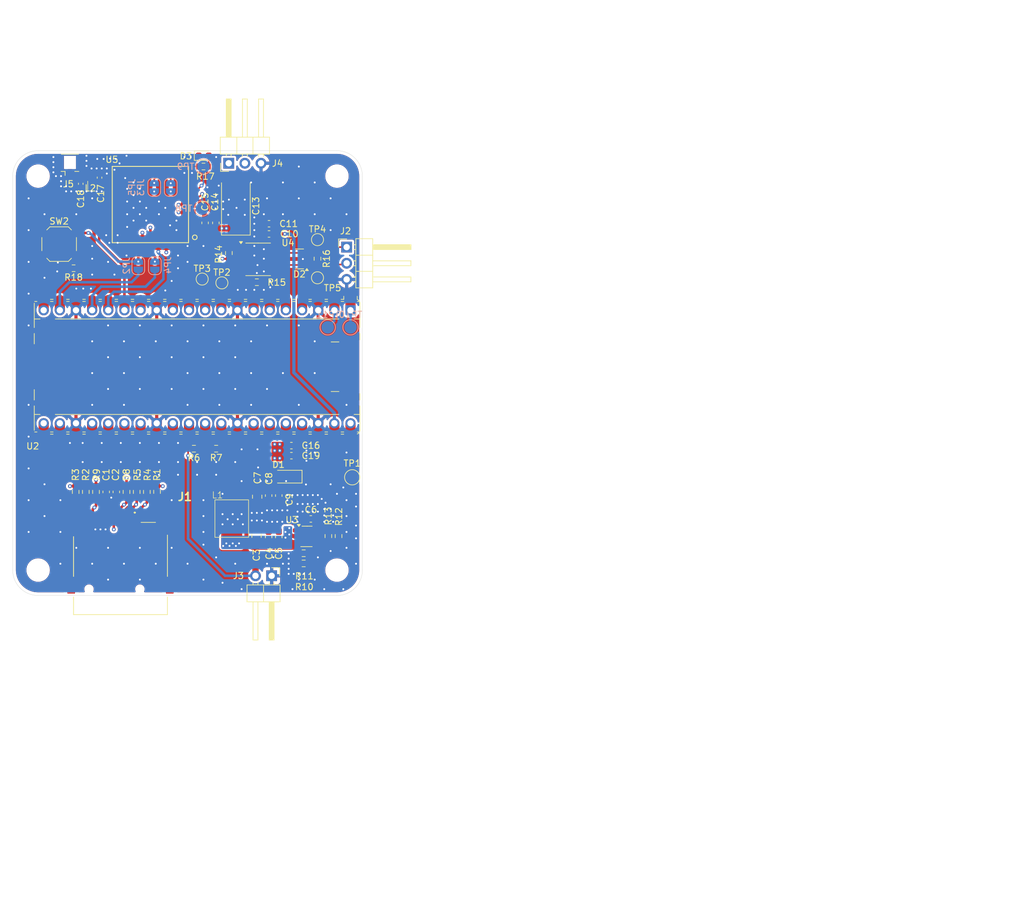
<source format=kicad_pcb>
(kicad_pcb (version 20241229) (generator "pcbnew") (generator_version "9.0")
  (layers (0 "F.Cu" signal) (4 "In1.Cu" signal) (6 "In2.Cu" signal) (2 "B.Cu" signal) (13 "F.Paste" user) (15 "B.Paste" user) (5 "F.SilkS" user "F.Silkscreen") (7 "B.SilkS" user "B.Silkscreen") (1 "F.Mask" user) (3 "B.Mask" user) (25 "Edge.Cuts" user))
  (net 0 "")
  (net 1 "GND")
  (net 2 "+3V3")
  (net 3 "+BATT")
  (net 4 "Net-(U3-SW)")
  (net 5 "Net-(U3-VBST)")
  (net 6 "Net-(D1-A)")
  (net 7 "+5V")
  (net 8 "Net-(U5-RFIO)")
  (net 9 "Net-(J5-In)")
  (net 10 "/RS485/RS485_A")
  (net 11 "/RS485/RS485_B")
  (net 12 "Net-(D3-A)")
  (net 13 "/Radio/SWDIO")
  (net 14 "/Radio/SWCLK")
  (net 15 "/Radio/RADIO_SCLK")
  (net 16 "/Radio/UART_TX")
  (net 17 "/Radio/RADIO_CS")
  (net 18 "/Radio/UART_RX")
  (net 19 "/DAT2")
  (net 20 "/DAT1")
  (net 21 "/CD")
  (net 22 "/SD_CS")
  (net 23 "Net-(U2-GPIO26_ADC0)")
  (net 24 "Net-(U3-EN)")
  (net 25 "Net-(U3-VFB)")
  (net 26 "/RS485_RX")
  (net 27 "/RS485_R{slash}T")
  (net 28 "Net-(U5-PB3)")
  (net 29 "Net-(SW2-A)")
  (net 30 "/RS485_TX")
  (net 31 "Net-(U5-PB15)")
  (net 32 "Net-(U5-PA15)")
  (net 33 "/SD_SCLK")
  (net 34 "/Radio/RADIO_MOSI")
  (net 38 "/SD_MOSI")
  (net 42 "/Radio/RADIO_RST")
  (net 44 "Net-(U2-GPIO0)")
  (net 45 "Net-(U2-GPIO1)")
  (net 46 "/Radio/RADIO_MISO")
  (net 49 "/SD_MISO")
  (net 61 "/Radio/R_SCLK")
  (net 62 "/Radio/R_CS")
  (footprint "MountingHole:MountingHole_3.2mm_M3" (layer "F.Cu") (at 121 44)
    (property "Reference" "H2" (hide yes))
    (property "Value" "MountingHole")
  )
  (footprint "Capacitor_SMD:C_0603_1608Metric_Pad1.08x0.95mm_HandSolder" (layer "F.Cu") (at 110.25 100.7875 -90)
    (property "Reference" "C4")
    (property "Value" "10uF")
  )
  (footprint "footprint_lib:LoRa-E5" (layer "F.Cu") (at 91.655 48.475 180)
    (property "Reference" "U5")
    (property "Value" "LoRa-E5")
  )
  (footprint "Resistor_SMD:R_0603_1608Metric_Pad0.98x0.95mm_HandSolder" (layer "F.Cu") (at 81.5 93.7 90)
    (property "Reference" "R2")
    (property "Value" "10k")
  )
  (footprint "Resistor_SMD:R_0603_1608Metric_Pad0.98x0.95mm_HandSolder" (layer "F.Cu") (at 87.899999 93.7 90)
    (property "Reference" "R8")
    (property "Value" "10k")
  )
  (footprint "footprint_lib:MCSPQ08ASGTR" (layer "F.Cu") (at 86.95 105.75)
    (property "Reference" "J1")
    (property "Value" "Micro_SD_Card" (hide yes))
  )
  (footprint "Package_TO_SOT_SMD:SOT-23" (layer "F.Cu") (at 115.1 57.034999 180)
    (property "Reference" "D2")
    (property "Value" "SM36.TCT")
  )
  (footprint "Capacitor_SMD:C_0402_1005Metric" (layer "F.Cu") (at 83.655 44.245 90)
    (property "Reference" "C17")
    (property "Value" "NMT")
  )
  (footprint "LED_SMD:LED_0603_1608Metric" (layer "F.Cu") (at 100.0425 40.775)
    (property "Reference" "D3")
    (property "Value" "LED")
  )
  (footprint "Capacitor_SMD:C_0603_1608Metric_Pad1.08x0.95mm_HandSolder" (layer "F.Cu") (at 110.312499 51.5 180)
    (property "Reference" "C11")
    (property "Value" "10uF")
  )
  (footprint "Resistor_SMD:R_0603_1608Metric" (layer "F.Cu") (at 79.575 58.5 180)
    (property "Reference" "R18")
    (property "Value" "1k")
  )
  (footprint "Capacitor_SMD:C_0805_2012Metric_Pad1.18x1.45mm_HandSolder" (layer "F.Cu") (at 108.35 100.612499 -90)
    (property "Reference" "C3")
    (property "Value" "22uF")
  )
  (footprint "Connector_PinHeader_2.54mm:PinHeader_1x03_P2.54mm_Horizontal" (layer "F.Cu") (at 103.975 41.975 90)
    (property "Reference" "J4")
    (property "Value" "Conn_01x03")
  )
  (footprint "Resistor_SMD:R_0603_1608Metric_Pad0.98x0.95mm_HandSolder" (layer "F.Cu") (at 98.5 86.9 180)
    (property "Reference" "R6")
    (property "Value" "10k")
  )
  (footprint "Connector_PinHeader_2.54mm:PinHeader_1x02_P2.54mm_Horizontal" (layer "F.Cu") (at 110.725001 106.9 -90)
    (property "Reference" "J3")
    (property "Value" "Conn_01x02")
  )
  (footprint "Resistor_SMD:R_0603_1608Metric_Pad0.98x0.95mm_HandSolder" (layer "F.Cu") (at 79.899999 93.7 90)
    (property "Reference" "R3")
    (property "Value" "10k")
  )
  (footprint "Resistor_SMD:R_0603_1608Metric_Pad0.98x0.95mm_HandSolder" (layer "F.Cu") (at 104 56.107501 90)
    (property "Reference" "R14")
    (property "Value" "10k")
  )
  (footprint "MountingHole:MountingHole_3.2mm_M3" (layer "F.Cu") (at 121 106)
    (property "Reference" "H3" (hide yes))
    (property "Value" "MountingHole")
  )
  (footprint "Resistor_SMD:R_0603_1608Metric_Pad0.98x0.95mm_HandSolder" (layer "F.Cu") (at 92.699999 93.6875 90)
    (property "Reference" "R1")
    (property "Value" "10k")
  )
  (footprint "TestPoint:TestPoint_Pad_D1.5mm" (layer "F.Cu") (at 99.8 60.2)
    (property "Reference" "TP3")
    (property "Value" "TestPoint")
  )
  (footprint "Inductor_SMD:L_0402_1005Metric" (layer "F.Cu") (at 82.2 44.725 180)
    (property "Reference" "L2")
    (property "Value" "NMT")
  )
  (footprint "Capacitor_Tantalum_SMD:CP_EIA-7343-31_Kemet-D_Pad2.25x2.55mm_HandSolder" (layer "F.Cu") (at 105.1 48.7 90)
    (property "Reference" "C13")
    (property "Value" "100uF")
  )
  (footprint "Module:RaspberryPi_Pico_Common_Unspecified" (layer "F.Cu") (at 99 74 -90)
    (property "Reference" "U2")
    (property "Value" "RaspberryPi_Pico")
  )
  (footprint "Capacitor_SMD:C_0603_1608Metric_Pad1.08x0.95mm_HandSolder" (layer "F.Cu") (at 110.312499 53.1 180)
    (property "Reference" "C10")
    (property "Value" "100nF")
  )
  (footprint "Resistor_SMD:R_0603_1608Metric_Pad0.98x0.95mm_HandSolder" (layer "F.Cu") (at 89.499999 93.7 90)
    (property "Reference" "R5")
    (property "Value" "10k")
  )
  (footprint "Capacitor_SMD:C_0603_1608Metric_Pad1.08x0.95mm_HandSolder" (layer "F.Cu") (at 113.8325 86.42)
    (property "Reference" "C16")
    (property "Value" "10uF")
  )
  (footprint "Resistor_SMD:R_0603_1608Metric_Pad0.98x0.95mm_HandSolder" (layer "F.Cu") (at 91.099999 93.7 90)
    (property "Reference" "R4")
    (property "Value" "10k")
  )
  (footprint "Capacitor_SMD:C_0402_1005Metric" (layer "F.Cu") (at 80.7 45.205 -90)
    (property "Reference" "C18")
    (property "Value" "NMT")
  )
  (footprint "Resistor_SMD:R_0603_1608Metric_Pad0.98x0.95mm_HandSolder" (layer "F.Cu") (at 83.099999 93.7 90)
    (property "Reference" "R9")
    (property "Value" "10k")
  )
  (footprint "Capacitor_SMD:C_0603_1608Metric_Pad1.08x0.95mm_HandSolder" (layer "F.Cu") (at 84.699999 93.7 -90)
    (property "Reference" "C1")
    (property "Value" "4,7uF")
  )
  (footprint "Resistor_SMD:R_0603_1608Metric" (layer "F.Cu") (at 100.005 42.4875)
    (property "Reference" "R17")
    (property "Value" "1k")
  )
  (footprint "Resistor_SMD:R_0603_1608Metric_Pad0.98x0.95mm_HandSolder" (layer "F.Cu") (at 115.7625 103.35 180)
    (property "Reference" "R10")
    (property "Value" "10k")
  )
  (footprint "Package_SO:SO-8_3.9x4.9mm_P1.27mm" (layer "F.Cu") (at 108.6 57.1)
    (property "Reference" "U4")
    (property "Value" "SN75176BDR")
  )
  (footprint "MountingHole:MountingHole_3.2mm_M3" (layer "F.Cu") (at 74 106)
    (property "Reference" "H4" (hide yes))
    (property "Value" "MountingHole")
  )
  (footprint "TestPoint:TestPoint_Pad_D1.5mm" (layer "F.Cu") (at 117.9375 54)
    (property "Reference" "TP4")
    (property "Value" "TestPoint")
  )
  (footprint "Connector_PinHeader_2.54mm:PinHeader_1x03_P2.54mm_Horizontal" (layer "F.Cu") (at 122.525 55.175)
    (property "Reference" "J2")
    (property "Value" "Conn_01x03")
  )
  (footprint "TestPoint:TestPoint_Pad_D1.5mm" (layer "F.Cu") (at 117.9375 60)
    (property "Reference" "TP5")
    (property "Value" "TestPoint")
  )
  (footprint "TestPoint:TestPoint_Pad_D2.0mm" (layer "F.Cu") (at 123.4 91.4)
    (property "Reference" "TP1")
    (property "Value" "TestPoint")
  )
  (footprint "Capacitor_SMD:C_0603_1608Metric_Pad1.08x0.95mm_HandSolder" (layer "F.Cu") (at 100.255 51.3625 90)
    (property "Reference" "C15")
    (property "Value" "100nF")
  )
  (footprint "Capacitor_SMD:C_0603_1608Metric_Pad1.08x0.95mm_HandSolder" (layer "F.Cu") (at 86.299999 93.7 -90)
    (property "Reference" "C2")
    (property "Value" "100nF")
  )
  (footprint "Resistor_SMD:R_0603_1608Metric_Pad0.98x0.95mm_HandSolder" (layer "F.Cu") (at 102 86.9 180)
    (property "Reference" "R7")
    (property "Value" "10k")
  )
  (footprint "Capacitor_SMD:C_0603_1608Metric_Pad1.08x0.95mm_HandSolder" (layer "F.Cu") (at 110.25 94.275 90)
    (property "Reference" "C8")
    (property "Value" "10uF")
  )
  (footprint "Resistor_SMD:R_0603_1608Metric_Pad0.98x0.95mm_HandSolder" (layer "F.Cu") (at 115.7625 104.95)
    (property "Reference" "R11")
    (property "Value" "10k")
  )
  (footprint "Capacitor_SMD:C_0603_1608Metric_Pad1.08x0.95mm_HandSolder" (layer "F.Cu") (at 101.955 51.3625 90)
    (property "Reference" "C14")
    (property "Value" "10uF")
  )
  (footprint "Button_Switch_SMD:SW_SPST_SKQG_WithStem" (layer "F.Cu") (at 77.3 54.7)
    (property "Reference" "SW2")
    (property "Value" "SW_MEC_5E")
  )
  (footprint "Resistor_SMD:R_0603_1608Metric_Pad0.98x0.95mm_HandSolder" (layer "F.Cu") (at 119.65 100.65 -90)
    (property "Reference" "R13")
    (property "Value" "10k")
  )
  (footprint "Package_TO_SOT_SMD:SOT-23-6_Handsoldering" (layer "F.Cu") (at 116.2 100.7)
    (property "Reference" "U3")
    (property "Value" "TPS562201DDCR")
  )
  (footprint "Capacitor_SMD:C_0603_1608Metric_Pad1.08x0.95mm_HandSolder" (layer "F.Cu") (at 111.850001 94.275 90)
    (property "Reference" "C9")
    (property "Value" "100nF")
  )
  (footprint "Resistor_SMD:R_0603_1608Metric_Pad0.98x0.95mm_HandSolder" (layer "F.Cu") (at 108.4 60.7)
    (property "Reference" "R15")
    (property "Value" "10k")
  )
  (footprint "Capacitor_SMD:C_0603_1608Metric_Pad1.08x0.95mm_HandSolder" (layer "F.Cu") (at 113.8325 88)
    (property "Reference" "C19")
    (property "Value" "100nF")
  )
  (footprint "Capacitor_SMD:C_0805_2012Metric_Pad1.18x1.45mm_HandSolder" (layer "F.Cu") (at 108.45 94.45 90)
    (property "Reference" "C7")
    (property "Value" "22uF")
  )
  (footprint "MountingHole:MountingHole_3.2mm_M3" (layer "F.Cu") (at 74 44)
    (property "Reference" "H1" (hide yes))
    (property "Value" "MountingHole")
  )
  (footprint "Diode_SMD:D_SOD-123F" (layer "F.Cu") (at 113.3 91.3 180)
    (property "Reference" "D1")
    (property "Value" "D_Schottky")
  )
  (footprint "Connector_Coaxial:U.FL_Hirose_U.FL-R-SMT-1_Vertical" (layer "F.Cu") (at 79 42.38 90)
    (property "Reference" "J5")
    (property "Value" "UFL")
  )
  (footprint "Capacitor_SMD:C_0603_1608Metric_Pad1.08x0.95mm_HandSolder" (layer "F.Cu") (at 111.85 100.7875 -90)
    (property "Reference" "C5")
    (property "Value" "100nF")
  )
  (footprint "TestPoint:TestPoint_Pad_D1.5mm" (layer "F.Cu") (at 102.9 60.8)
    (property "Reference" "TP2")
    (property "Value" "TestPoint")
  )
  (footprint "footprint_lib:HPI0-3R3" (layer "F.Cu") (at 104.5 100.45 90)
    (property "Reference" "L1")
    (property "Value" "3,3uH")
  )
  (footprint "Resistor_SMD:R_0603_1608Metric_Pad0.98x0.95mm_HandSolder" (layer "F.Cu") (at 117.9375 56.997499 -90)
    (property "Reference" "R16")
    (property "Value" "120R")
  )
  (footprint "Resistor_SMD:R_0603_1608Metric_Pad0.98x0.95mm_HandSolder" (layer "F.Cu") (at 121.25 100.649999 90)
    (property "Reference" "R12")
    (property "Value" "56k")
  )
  (footprint "Capacitor_SMD:C_0603_1608Metric_Pad1.08x0.95mm_HandSolder" (layer "F.Cu") (at 116.8875 97.95 180)
    (property "Reference" "C6")
    (property "Value" "100nF")
  )
  (footprint "Jumper:SolderJumper-2_P1.3mm_Open_RoundedPad1.0x1.5mm" (layer "B.Cu") (at 92.355 58.1 90)
    (property "Reference" "JP4")
    (property "Value" "SolderJumper_2_Open")
  )
  (footprint "TestPoint:TestPoint_Pad_D2.0mm" (layer "B.Cu") (at 100.005 42.5 150)
    (property "Reference" "TP9")
    (property "Value" "TestPoint")
  )
  (footprint "Jumper:SolderJumper-2_P1.3mm_Open_RoundedPad1.0x1.5mm" (layer "B.Cu") (at 94.855 45.775 -90)
    (property "Reference" "JP3")
    (property "Value" "SolderJumper_2_Open")
  )
  (footprint "Jumper:SolderJumper-2_P1.3mm_Open_RoundedPad1.0x1.5mm" (layer "B.Cu") (at 92.255 45.775 -90)
    (property "Reference" "JP5")
    (property "Value" "SolderJumper_2_Open")
  )
  (footprint "Jumper:SolderJumper-2_P1.3mm_Open_RoundedPad1.0x1.5mm" (layer "B.Cu") (at 89.755 58.1 90)
    (property "Reference" "JP2")
    (property "Value" "SolderJumper_2_Open")
  )
  (footprint "TestPoint:TestPoint_Pad_D2.0mm" (layer "B.Cu") (at 119.55 67.8 180)
    (property "Reference" "TP11")
    (property "Value" "TestPoint")
  )
  (footprint "TestPoint:TestPoint_Pad_D2.0mm" (layer "B.Cu") (at 99.8 49.1 150)
    (property "Reference" "TP8")
    (property "Value" "TestPoint")
  )
  (footprint "TestPoint:TestPoint_Pad_D2.0mm" (layer "B.Cu") (at 123.13 67.8 180)
    (property "Reference" "TP10")
    (property "Value" "TestPoint")
  )
  (gr_line (start 81.8 44.8) (end 81.8 46.4) (stroke (width 0.1)) (layer "F.SilkS"))
  (gr_line (start 125 44) (end 125 106) (stroke (width 0.05)) (layer "Edge.Cuts"))
  (gr_line (start 121 110) (end 74 110) (stroke (width 0.05)) (layer "Edge.Cuts"))
  (gr_arc (start 125 106) (mid 123.828427 108.828427) (end 121 110) (stroke (width 0.05)) (layer "Edge.Cuts"))
  (gr_arc (start 121 40) (mid 123.828427 41.171573) (end 125 44) (stroke (width 0.05)) (layer "Edge.Cuts"))
  (gr_line (start 74 40) (end 121 40) (stroke (width 0.05)) (layer "Edge.Cuts"))
  (gr_line (start 70 106) (end 70 44) (stroke (width 0.05)) (layer "Edge.Cuts"))
  (gr_arc (start 74 110) (mid 71.171573 108.828427) (end 70 106) (stroke (width 0.05)) (layer "Edge.Cuts"))
  (gr_arc (start 70 44) (mid 71.171573 41.171573) (end 74 40) (stroke (width 0.05)) (layer "Edge.Cuts"))
  (segment (start 114.2125 57.05) (end 114.1625 57.1) (width 0.25) (layer "F.Cu") (net 1))
  (segment (start 86.5 53.3) (end 87.032 53.3) (width 0.4) (layer "F.Cu") (net 1))
  (segment (start 86 43) (end 86.2 43) (width 0.4) (layer "F.Cu") (net 1))
  (segment (start 87.032 53.3) (end 88 52.332) (width 0.4) (layer "F.Cu") (net 1))
  (segment (start 87.509 44.309) (end 87.691 44.309) (width 0.4) (layer "F.Cu") (net 1))
  (segment (start 109.5 59.283709) (end 109.5 59) (width 0.4) (layer "F.Cu") (net 1))
  (segment (start 110.5 60.5) (end 110.5 60.283709) (width 0.4) (layer "F.Cu") (net 1))
  (segment (start 86.2 43) (end 87.509 44.309) (width 0.4) (layer "F.Cu") (net 1))
  (segment (start 88 52.332) (end 88 52) (width 0.4) (layer "F.Cu") (net 1))
  (segment (start 88 52) (end 87.9 52.1) (width 0.4) (layer "F.Cu") (net 1))
  (segment (start 115.622499 57.034999) (end 115.6375 57.05) (width 0.25) (layer "F.Cu") (net 1))
  (segment (start 114.1625 57.034999) (end 115.622499 57.034999) (width 0.25) (layer "F.Cu") (net 1))
  (segment (start 110.5 60.283709) (end 109.5 59.283709) (width 0.4) (layer "F.Cu") (net 1))
  (via (at 75 60) (size 0.6) (drill 0.3) (layers "F.Cu" "B.Cu") (net 1))
  (via (at 117.2 94.2) (size 0.6) (drill 0.3) (layers "F.Cu" "B.Cu") (net 1))
  (via (at 114 109) (size 0.6) (drill 0.3) (layers "F.Cu" "B.Cu") (net 1))
  (via (at 90 102.5) (size 0.6) (drill 0.3) (layers "F.Cu" "B.Cu") (net 1))
  (via (at 72.5 90) (size 0.6) (drill 0.3) (layers "F.Cu" "B.Cu") (net 1))
  (via (at 97 43.5) (size 0.6) (drill 0.3) (layers "F.Cu" "B.Cu") (net 1))
  (via (at 111 104) (size 0.6) (drill 0.3) (layers "F.Cu" "B.Cu") (net 1))
  (via (at 111.6 96.6) (size 0.6) (drill 0.3) (layers "F.Cu" "B.Cu") (net 1))
  (via (at 95 60.5) (size 0.6) (drill 0.3) (layers "F.Cu" "B.Cu") (net 1))
  (via (at 124 99) (size 0.6) (drill 0.3) (layers "F.Cu" "B.Cu") (net 1))
  (via (at 96 56.5) (size 0.6) (drill 0.3) (layers "F.Cu" "B.Cu") (net 1))
  (via (at 114.8 94.2) (size 0.6) (drill 0.3) (layers "F.Cu" "B.Cu") (net 1))
  (via (at 89 49) (size 0.6) (drill 0.3) (layers "F.Cu" "B.Cu") (net 1))
  (via (at 110 92) (size 0.6) (drill 0.3) (layers "F.Cu" "B.Cu") (net 1))
  (via (at 95 67.5) (size 0.6) (drill 0.3) (layers "F.Cu" "B.Cu") (net 1))
  (via (at 120.4 98.4) (size 0.6) (drill 0.3) (layers "F.Cu" "B.Cu") (net 1))
  (via (at 72.5 85) (size 0.6) (drill 0.3) (layers "F.Cu" "B.Cu") (net 1))
  (via (at 97 41) (size 0.6) (drill 0.3) (layers "F.Cu" "B.Cu") (net 1))
  (via (at 108.6 89.85) (size 0.6) (drill 0.3) (layers "F.Cu" "B.Cu") (net 1))
  (via (at 116.4 96.8) (size 0.6) (drill 0.3) (layers "F.Cu" "B.Cu") (net 1))
  (via (at 110 47.5) (size 0.6) (drill 0.3) (layers "F.Cu" "B.Cu") (net 1))
  (via (at 110.8 98.4) (size 0.6) (drill 0.3) (layers "F.Cu" "B.Cu") (net 1))
  (via (at 79 86) (size 0.6) (drill 0.3) (layers "F.Cu" "B.Cu") (net 1))
  (via (at 81.6 40.8) (size 0.6) (drill 0.3) (layers "F.Cu" "B.Cu") (net 1))
  (via (at 113.2 96.6) (size 0.6) (drill 0.3) (layers "F.Cu" "B.Cu") (net 1))
  (via (at 106.2 98.8) (size 0.6) (drill 0.3) (layers "F.Cu" "B.Cu") (net 1))
  (via (at 84 86) (size 0.6) (drill 0.3) (layers "F.Cu" "B.Cu") (net 1))
  (via (at 77.5 100) (size 0.6) (drill 0.3) (layers "F.Cu" "B.Cu") (net 1))
  (via (at 90 46) (size 0.6) (drill 0.3) (layers "F.Cu" "B.Cu") (net 1))
  (via (at 122.5 97.5) (size 0.6) (drill 0.3) (layers "F.Cu" "B.Cu") (net 1))
  (via (at 117.2 96.8) (size 0.6) (drill 0.3) (layers "F.Cu" "B.Cu") (net 1))
  (via (at 96 91) (size 0.6) (drill 0.3) (layers "F.Cu" "B.Cu") (net 1))
  (via (at 114.8 96.8) (size 0.6) (drill 0.3) (layers "F.Cu" "B.Cu") (net 1))
  (via (at 81.1 61.7) (size 0.6) (drill 0.3) (layers "F.Cu" "B.Cu") (net 1))
  (via (at 106 109) (size 0.6) (drill 0.3) (layers "F.Cu" "B.Cu") (net 1))
  (via (at 107.6 98.2) (size 0.6) (drill 0.3) (layers "F.Cu" "B.Cu") (net 1))
  (via (at 82.5 70) (size 0.6) (drill 0.3) (layers "F.Cu" "B.Cu") (net 1))
  (via (at 82.5 80) (size 0.6) (drill 0.3) (layers "F.Cu" "B.Cu") (net 1))
  (via (at 118 104) (size 0.6) (drill 0.3) (layers "F.Cu" "B.Cu") (net 1))
  (via (at 84.3 41.3) (size 0.6) (drill 0.3) (layers "F.Cu" "B.Cu") (net 1))
  (via (at 90 48) (size 0.6) (drill 0.3) (layers "F.Cu" "B.Cu") (net 1))
  (via (at 119 109) (size 0.6) (drill 0.3) (layers "F.Cu" "B.Cu") (net 1))
  (via (at 87 89) (size 0.6) (drill 0.3) (layers "F.Cu" "B.Cu") (net 1))
  (via (at 103.1 48) (size 0.6) (drill 0.3) (layers "F.Cu" "B.Cu") (net 1))
  (via (at 75 50) (size 0.6) (drill 0.3) (layers "F.Cu" "B.Cu") (net 1))
  (via (at 122.5 95) (size 0.6) (drill 0.3) (layers "F.Cu" "B.Cu") (net 1))
  (via (at 108 56.5) (size 0.6) (drill 0.3) (layers "F.Cu" "B.Cu") (net 1))
  (via (at 103.9 50.1) (size 0.6) (drill 0.3) (layers "F.Cu" "B.Cu") (net 1))
  (via (at 87.9 40.8) (size 0.6) (drill 0.3) (layers "F.Cu" "B.Cu") (net 1))
  (via (at 100 67.5) (size 0.6) (drill 0.3) (layers "F.Cu" "B.Cu") (net 1))
  (via (at 90 50) (size 0.6) (drill 0.3) (layers "F.Cu" "B.Cu") (net 1))
  (via (at 124 94) (size 0.6) (drill 0.3) (layers "F.Cu" "B.Cu") (net 1))
  (via (at 93 50) (size 0.6) (drill 0.3) (layers "F.Cu" "B.Cu") (net 1))
  (via (at 100 72.5) (size 0.6) (drill 0.3) (layers "F.Cu" "B.Cu") (net 1))
  (via (at 117.5 87.5) (size 0.6) (drill 0.3) (layers "F.Cu" "B.Cu") (net 1))
  (via (at 120.4 97.4) (size 0.6) (drill 0.3) (layers "F.Cu" "B.Cu") (net 1))
  (via (at 93 48) (size 0.6) (drill 0.3) (layers "F.Cu" "B.Cu") (net 1))
  (via (at 88 52) (size 0.6) (drill 0.3) (layers "F.Cu" "B.Cu") (net 1))
  (via (at 82.5 57) (size 0.6) (drill 0.3) (layers "F.Cu" "B.Cu") (net 1))
  (via (at 84.8 42.8) (size 0.6) (drill 0.3) (layers "F.Cu" "B.Cu") (net 1))
  (via (at 107.5 80) (size 0.6) (drill 0.3) (layers "F.Cu" "B.Cu") (net 1))
  (via (at 86.8 42) (size 0.6) (drill 0.3) (layers "F.Cu" "B.Cu") (net 1))
  (via (at 107.5 70) (size 0.6) (drill 0.3) (layers "F.Cu" "B.Cu") (net 1))
  (via (at 78.4 46.4) (size 0.6) (drill 0.3) (layers "F.Cu" "B.Cu") (net 1))
  (via (at 120 103) (size 0.6) (drill 0.3) (layers "F.Cu" "B.Cu") (net 1))
  (via (at 77.1 57.6) (size 0.6) (drill 0.3) (layers "F.Cu" "B.Cu") (net 1))
  (via (at 109.5 59) (size 0.6) (drill 0.3) (layers "F.Cu" "B.Cu") (net 1))
  (via (at 82.5 105) (size 0.6) (drill 0.3) (layers "F.Cu" "B.Cu") (net 1))
  (via (at 85 67.5) (size 0.6) (drill 0.3) (layers "F.Cu" "B.Cu") (net 1))
  (via (at 116.4 95.6) (size 0.6) (drill 0.3) (layers "F.Cu" "B.Cu") (net 1))
  (via (at 109.5 50) (size 0.6) (drill 0.3) (layers "F.Cu" "B.Cu") (net 1))
  (via (at 107.6 97) (size 0.6) (drill 0.3) (layers "F.Cu" "B.Cu") (net 1))
  (via (at 105 89) (size 0.6) (drill 0.3) (layers "F.Cu" "B.Cu") (net 1))
  (via (at 104.6 98.8) (size 0.6) (drill 0.3) (layers "F.Cu" "B.Cu") (net 1))
  (via (at 105.2 49) (size 0.6) (drill 0.3) (layers "F.Cu" "B.Cu") (net 1))
  (via (at 116.2 88.8) (size 0.6) (drill 0.3) (layers "F.Cu" "B.Cu") (net 1))
  (via (at 80.8 46.4) (size 0.6) (drill 0.3) (layers "F.Cu" "B.Cu") (net 1))
  (via (at 105 72.5) (size 0.6) (drill 0.3) (layers "F.Cu" "B.Cu") (net 1))
  (via (at 120 52.5) (size 0.6) (drill 0.3) (layers "F.Cu" "B.Cu") (net 1))
  (via (at 114.8 97.6) (size 0.6) (drill 0.3) (layers "F.Cu" "B.Cu") (net 1))
  (via (at 95.75 52.5) (size 0.6) (drill 0.3) (layers "F.Cu" "B.Cu") (net 1))
  (via (at 102.4 45.5) (size 0.6) (drill 0.3) (layers "F.Cu" "B.Cu") (net 1))
  (via (at 110.5 60.5) (size 0.6) (drill 0.3) (layers "F.Cu" "B.Cu") (net 1))
  (via (at 77.5 105) (size 0.6) (drill 0.3) (layers "F.Cu" "B.Cu") (net 1))
  (via (at 79.2 46.4) (size 0.6) (drill 0.3) (layers "F.Cu" "B.Cu") (net 1))
  (via (at 122.5 50) (size 0.6) (drill 0.3) (layers "F.Cu" "B.Cu") (net 1))
  (via (at 108.5 87) (size 0.6) (drill 0.3) (layers "F.Cu" "B.Cu") (net 1))
  (via (at 116.4 94.2) (size 0.6) (drill 0.3) (layers "F.Cu" "B.Cu") (net 1))
  (via (at 106.5 47.7) (size 0.6) (drill 0.3) (layers "F.Cu" "B.Cu") (net 1))
  (via (at 94 62) (size 0.6) (drill 0.3) (layers "F.Cu" "B.Cu") (net 1))
  (via (at 93 91) (size 0.6) (drill 0.3) (layers "F.Cu" "B.Cu") (net 1))
  (via (at 72.5 95) (size 0.6) (drill 0.3) (layers "F.Cu" "B.Cu") (net 1))
  (via (at 76.4 41.8) (size 0.6) (drill 0.3) (layers "F.Cu" "B.Cu") (net 1))
  (via (at 122.5 87.5) (size 0.6) (drill 0.3) (layers "F.Cu" "B.Cu") (net 1))
  (via (at 117.5 107.5) (size 0.6) (drill 0.3) (layers "F.Cu" "B.Cu") (net 1))
  (via (at 100 77.5) (size 0.6) (drill 0.3) (layers "F.Cu" "B.Cu") (net 1))
  (via (at 87.691 44.309) (size 0.6) (drill 0.3) (layers "F.Cu" "B.Cu") (net 1))
  (via (at 110.8 96.6) (size 0.6) (drill 0.3) (layers "F.Cu" "B.Cu") (net 1))
  (via (at 106 92) (size 0.6) (drill 0.3) (layers "F.Cu" "B.Cu") (net 1))
  (via (at 115.6 95.6) (size 0.6) (drill 0.3) (layers "F.Cu" "B.Cu") (net 1))
  (via (at 86.5 54.5) (size 0.6) (drill 0.3) (layers "F.Cu" "B.Cu") (net 1))
  (via (at 106 97.2) (size 0.6) (drill 0.3) (layers "F.Cu" "B.Cu") (net 1))
  (via (at 81.6 46.4) (size 0.6) (drill 0.3) (layers "F.Cu" "B.Cu") (net 1))
  (via (at 93 86) (size 0.6) (drill 0.3) (layers "F.Cu" "B.Cu") (net 1))
  (via (at 105.4 61.9) (size 0.6) (drill 0.3) (layers "F.Cu" "B.Cu") (net 1))
  (via (at 100 100) (size 0.6) (drill 0.3) (layers "F.Cu" "B.Cu") (net 1))
  (via (at 124 101) (size 0.6) (drill 0.3) (layers "F.Cu" "B.Cu") (net 1))
  (via (at 113 92) (size 0.6) (drill 0.3) (layers "F.Cu" "B.Cu") (net 1))
  (via (at 108 51.5) (size 0.6) (drill 0.3) (layers "F.Cu" "B.Cu") (net 1))
  (via (at 86 43) (size 0.6) (drill 0.3) (layers "F.Cu" "B.Cu") (net 1))
  (via (at 84.7 53.3) (size 0.6) (drill 0.3) (layers "F.Cu" "B.Cu") (net 1))
  (via (at 116.2 87.2) (size 0.6) (drill 0.3) (layers "F.Cu" "B.Cu") (net 1))
  (via (at 110.5 61.5) (size 0.6) (drill 0.3) (layers "F.Cu" "B.Cu") (net 1))
  (via (at 87.5 80) (size 0.6) (drill 0.3) (layers "F.Cu" "B.Cu") (net 1))
  (via (at 103 98.8) (size 0.6) (drill 0.3) (layers "F.Cu" "B.Cu") (net 1))
  (via (at 122.5 102.5) (size 0.6) (drill 0.3) (layers "F.Cu" "B.Cu") (net 1))
  (via (at 117.5 75) (size 0.6) (drill 0.3) (layers "F.Cu" "B.Cu") (net 1))
  (via (at 113.4 106.6) (size 0.6) (drill 0.3) (layers "F.Cu" "B.Cu") (net 1))
  (via (at 76.4 43.4) (size 0.6) (drill 0.3) (layers "F.Cu" "B.Cu") (net 1))
  (via (at 115.6 94.2) (size 0.6) (drill 0.3) (layers "F.Cu" "B.Cu") (net 1))
  (via (at 110 105) (size 0.6) (drill 0.3) (layers "F.Cu" "B.Cu") (net 1))
  (via (at 86.2 41.3) (size 0.6) (drill 0.3) (layers "F.Cu" "B.Cu") (net 1))
  (via (at 114.2 106.6) (size 0.6) (drill 0.3) (layers "F.Cu" "B.Cu") (net 1))
  (via (at 117.5 70) (size 0.6) (drill 0.3) (layers "F.Cu" "B.Cu") (net 1))
  (via (at 102 104) (size 0.6) (drill 0.3) (layers "F.Cu" "B.Cu") (net 1))
  (via (at 88 46) (size 0.6) (drill 0.3) (layers "F.Cu" "B.Cu") (net 1))
  (via (at 77 59) (size 0.6) (drill 0.3) (layers "F.Cu" "B.Cu") (net 1))
  (via (at 81.6 42.4) (size 0.6) (drill 0.3) (layers "F.Cu" "B.Cu") (net 1))
  (via (at 113.4 103.4) (size 0.6) (drill 0.3) (layers "F.Cu" "B.Cu") (net 1))
  (via (at 107.5 45) (size 0.6) (drill 0.3) (layers "F.Cu" "B.Cu") (net 1))
  (via (at 85 77.5) (size 0.6) (drill 0.3) (layers "F.Cu" "B.Cu") (net 1))
  (via (at 116.125165 92.529199) (size 0.6) (drill 0.3) (layers "F.Cu" "B.Cu") (net 1))
  (via (at 109.5 55.5) (size 0.6) (drill 0.3) (layers "F.Cu" "B.Cu") (net 1))
  (via (at 80 46.4) (size 0.6) (drill 0.3) (layers "F.Cu" "B.Cu") (net 1))
  (via (at 113.4 105.8) (size 0.6) (drill 0.3) (layers "F.Cu" "B.Cu") (net 1))
  (via (at 77.6 44) (size 0.6) (drill 0.3) (layers "F.Cu" "B.Cu") (net 1))
  (via (at 112.4 96.6) (size 0.6) (drill 0.3) (layers "F.Cu" "B.Cu") (net 1))
  (via (at 124 105) (size 0.6) (drill 0.3) (layers "F.Cu" "B.Cu") (net 1))
  (via (at 115 47.5) (size 0.6) (drill 0.3) (layers "F.Cu" "B.Cu") (net 1))
  (via (at 98.2 43.5) (size 0.6) (drill 0.3) (layers "F.Cu" "B.Cu") (net 1))
  (via (at 108.4 98.2) (size 0.6) (drill 0.3) (layers "F.Cu" "B.Cu") (net 1))
  (via (at 116.2 86.4) (size 0.6) (drill 0.3) (layers "F.Cu" "B.Cu") (net 1))
  (via (at 72.5 80) (size 0.6) (drill 0.3) (layers "F.Cu" "B.Cu") (net 1))
  (via (at 81.6 41.6) (size 0.6) (drill 0.3) (layers "F.Cu" "B.Cu") (net 1))
  (via (at 108 52.5) (size 0.6) (drill 0.3) (layers "F.Cu" "B.Cu") (net 1))
  (via (at 84.6 99.6) (size 0.6) (drill 0.3) (layers "F.Cu" "B.Cu") (net 1))
  (via (at 108 53.5) (size 0.6) (drill 0.3) (layers "F.Cu" "B.Cu") (net 1))
  (via (at 112.5 105) (size 0.6) (drill 0.3) (layers "F.Cu" "B.Cu") (net 1))
  (via (at 97.5 80) (size 0.6) (drill 0.3) (layers "F.Cu" "B.Cu") (net 1))
  (via (at 109.2 98.2) (size 0.6) (drill 0.3) (layers "F.Cu" "B.Cu") (net 1))
  (via (at 90 67.5) (size 0.6) (drill 0.3) (layers "F.Cu" "B.Cu") (net 1))
  (via (at 85 102.5) (size 0.6) (drill 0.3) (layers "F.Cu" "B.Cu") (net 1))
  (via (at 86.5 53.3) (size 0.6) (drill 0.3) (layers "F.Cu" "B.Cu") (net 1))
  (via (at 82.4 46.4) (size 0.6) (drill 0.3) (layers "F.Cu" "B.Cu") (net 1))
  (via (at 121 94) (size 0.6) (drill 0.3) (layers "F.Cu" "B.Cu") (net 1))
  (via (at 110 98.4) (size 0.6) (drill 0.3) (layers "F.Cu" "B.Cu") (net 1))
  (via (at 103.1 49.2) (size 0.6) (drill 0.3) (layers "F.Cu" "B.Cu") (net 1))
  (via (at 90 86) (size 0.6) (drill 0.3) (layers "F.Cu" "B.Cu") (net 1))
  (via (at 117.2 95.6) (size 0.6) (drill 0.3) (layers "F.Cu" "B.Cu") (net 1))
  (via (at 115 80) (size 0.6) (drill 0.3) (layers "F.Cu" "B.Cu") (net 1))
  (via (at 90 72.5) (size 0.6) (drill 0.3) (layers "F.Cu" "B.Cu") (net 1))
  (via (at 113.4 104.2) (size 0.6) (drill 0.3) (layers "F.Cu" "B.Cu") (net 1))
  (via (at 99 89) (size 0.6) (drill 0.3) (layers "F.Cu" "B.Cu") (net 1))
  (via (at 107.5 75) (size 0.6) (drill 0.3) (layers "F.Cu" "B.Cu") (net 1))
  (via (at 84 46.4) (size 0.6) (drill 0.3) (layers "F.Cu" "B.Cu") (net 1))
  (via (at 97.5 105) (size 0.6) (drill 0.3) (layers "F.Cu" "B.Cu") (net 1))
  (via (at 110 67.5) (size 0.6) (drill 0.3) (layers "F.Cu" "B.Cu") (net 1))
  (via (at 108.5 58) (size 0.6) (drill 0.3) (layers "F.Cu" "B.Cu") (net 1))
  (via (at 87.5 75) (size 0.6) (drill 0.3) (layers "F.Cu" "B.Cu") (net 1))
  (via (at 83.8 99.6) (size 0.6) (drill 0.3) (layers "F.Cu" "B.Cu") (net 1))
  (via (at 85.5 94.6) (size 0.6) (drill 0.3) (layers "F.Cu" "B.Cu") (net 1))
  (via (at 122 109) (size 0.6) (drill 0.3) (layers "F.Cu" "B.Cu") (net 1))
  (via (at 102.5 75) (size 0.6) (drill 0.3) (layers "F.Cu" "B.Cu") (net 1))
  (via (at 72.5 57.5) (size 0.6) (drill 0.3) (layers "F.Cu" "B.Cu") (net 1))
  (via (at 81 89) (size 0.6) (drill 0.3) (layers "F.Cu" "B.Cu") (net 1))
  (via (at 108 50.5) (size 0.6) (drill 0.3) (layers "F.Cu" "B.Cu") (net 1))
  (via (at 77.5 95) (size 0.6) (drill 0.3) (layers "F.Cu" "B.Cu") (net 1))
  (via (at 108 55) (size 0.6) (drill 0.3) (layers "F.Cu" "B.Cu") (net 1))
  (via (at 85.2 54.5) (size 0.6) (drill 0.3) (layers "F.Cu" "B.Cu") (net 1))
  (via (at 95 102.5) (size 0.6) (drill 0.3) (layers "F.Cu" "B.Cu") (net 1))
  (via (at 108 61.9) (size 0.6) (drill 0.3) (layers "F.Cu" "B.Cu") (net 1))
  (via (at 100 55) (size 0.6) (drill 0.3) (layers "F.Cu" "B.Cu") (net 1))
  (via (at 110 96.6) (size 0.6) (drill 0.3) (layers "F.Cu" "B.Cu") (net 1))
  (via (at 90 77.5) (size 0.6) (drill 0.3) (layers "F.Cu" "B.Cu") (net 1))
  (via (at 114.8 98.4) (size 0.6) (drill 0.3) (layers "F.Cu" "B.Cu") (net 1))
  (via (at 114.8 95.6) (size 0.6) (drill 0.3) (layers "F.Cu" "B.Cu") (net 1))
  (via (at 84 42.8) (size 0.6) (drill 0.3) (layers "F.Cu" "B.Cu") (net 1))
  (via (at 119 96.4) (size 0.6) (drill 0.3) (layers "F.Cu" "B.Cu") (net 1))
  (via (at 84.8 43.6) (size 0.6) (drill 0.3) (layers "F.Cu" "B.Cu") (net 1))
  (via (at 93 89) (size 0.6) (drill 0.3) (layers "F.Cu" "B.Cu") (net 1))
  (via (at 122 93) (size 0.6) (drill 0.3) (layers "F.Cu" "B.Cu") (net 1))
  (via (at 83.2 46.4) (size 0.6) (drill 0.3) (layers "F.Cu" "B.Cu") (net 1))
  (via (at 108.4 59.25) (size 0.6) (drill 0.3) (layers "F.Cu" "B.Cu") (net 1))
  (via (at 85 72.5) (size 0.6) (drill 0.3) (layers "F.Cu" "B.Cu") (net 1))
  (via (at 112.5 45) (size 0.6) (drill 0.3) (layers "F.Cu" "B.Cu") (net 1))
  (via (at 120 47.5) (size 0.6) (drill 0.3) (layers "F.Cu" "B.Cu") (net 1))
  (via (at 94.75 51.75) (size 0.6) (drill 0.3) (layers "F.Cu" "B.Cu") (net 1))
  (via (at 104.6 97.2) (size 0.6) (drill 0.3) (layers "F.Cu" "B.Cu") (net 1))
  (via (at 75 97.5) (size 0.6) (drill 0.3) (layers "F.Cu" "B.Cu") (net 1))
  (via (at 82.4 42.8) (size 0.6) (drill 0.3) (layers "F.Cu" "B.Cu") (net 1))
  (via (at 95 95) (size 0.6) (drill 0.3) (layers "F.Cu" "B.Cu") (net 1))
  (via (at 100 107.5) (size 0.6) (drill 0.3) (layers "F.Cu" "B.Cu") (net 1))
  (via (at 117.5 45) (size 0.6) (drill 0.3) (layers "F.Cu" "B.Cu") (net 1))
  (via (at 115.6 96.8) (size 0.6) (drill 0.3) (layers "F.Cu" "B.Cu") (net 1))
  (via (at 102.5 80) (size 0.6) (drill 0.3) (layers "F.Cu" "B.Cu") (net 1))
  (via (at 109.5 57) (size 0.6) (drill 0.3) (layers "F.Cu" "B.Cu") (net 1))
  (via (at 86 59.5) (size 0.6) (drill 0.3) (layers "F.Cu" "B.Cu") (net 1))
  (via (at 100.625578 45.766368) (size 0.6) (drill 0.3) (layers "F.Cu" "B.Cu") (net 1))
  (via (at 82.5 55) (size 0.6) (drill 0.3) (layers "F.Cu" "B.Cu") (net 1))
  (via (at 102 89) (size 0.6) (drill 0.3) (layers "F.Cu" "B.Cu") (net 1))
  (via (at 113.2 95) (size 0.6) (drill 0.3) (layers "F.Cu" "B.Cu") (net 1))
  (via (at 108.4 97) (size 0.6) (drill 0.3) (layers "F.Cu" "B.Cu") (net 1))
  (via (at 80 61.7) (size 0.6) (drill 0.3) (layers "F.Cu" "B.Cu") (net 1))
  (via (at 91 51) (size 0.6) (drill 0.3) (layers "F.Cu" "B.Cu") (net 1))
  (via (at 72.5 47.5) (size 0.6) (drill 0.3) (layers "F.Cu" "B.Cu") (net 1))
  (via (at 87.9 56.5) (size 0.6) (drill 0.3) (layers "F.Cu" "B.Cu") (net 1))
  (via (at 119 98.4) (size 0.6) (drill 0.3) (layers "F.Cu" "B.Cu") (net 1))
  (via (at 76.4 41) (size 0.6) (drill 0.3) (layers "F.Cu" "B.Cu") (net 1))
  (via (at 97.5 70) (size 0.6) (drill 0.3) (layers "F.Cu" "B.Cu") (net 1))
  (via (at 94 49) (size 0.6) (drill 0.3) (layers "F.Cu" "B.Cu") (net 1))
  (via (at 106.7 61.9) (size 0.6) (drill 0.3) (layers "F.Cu" "B.Cu") (net 1))
  (via (at 113.2 95.8) (size 0.6) (drill 0.3) (layers "F.Cu" "B.Cu") (net 1))
  (via (at 111.6 98.4) (size 0.6) (drill 0.3) (layers "F.Cu" "B.Cu") (net 1))
  (via (at 90 91) (size 0.6) (drill 0.3) (layers "F.Cu" "B.Cu") (net 1))
  (via (at 115 106.6) (size 0.6) (drill 0.3) (layers "F.Cu" "B.Cu") (net 1))
  (via (at 92.5 105) (size 0.6) (drill 0.3) (layers "F.Cu" "B.Cu") (net 1))
  (via (at 114 94.2) (size 0.6) (drill 0.3) (layers "F.Cu" "B.Cu") (net 1))
  (via (at 120 92.5) (size 0.6) (drill 0.3) (layers "F.Cu" "B.Cu") (net 1))
  (via (at 115 107.5) (size 0.6) (drill 0.3) (layers "F.Cu" "B.Cu") (net 1))
  (via (at 112.4 98.4) (size 0.6) (drill 0.3) (layers "F.Cu" "B.Cu") (net 1))
  (via (at 96 89) (size 0.6) (drill 0.3) (layers "F.Cu" "B.Cu") (net 1))
  (via (at 124 96) (size 0.6) (drill 0.3) (layers "F.Cu" "B.Cu") (net 1))
  (via (at 101.9 49.1) (size 0.6) (drill 0.3) (layers "F.Cu" "B.Cu") (net 1))
  (via (at 97.5 75) (size 0.6) (drill 0.3) (layers "F.Cu" "B.Cu") (net 1))
  (via (at 118.6 94.8) (size 0.6) (drill 0.3) (layers "F.Cu" "B.Cu") (net 1))
  (via (at 122.5 80) (size 0.6) (drill 0.3) (layers "F.Cu" "B.Cu") (net 1))
  (via (at 95 72.5) (size 0.6) (drill 0.3) (layers "F.Cu" "B.Cu") (net 1))
  (via (at 85.3 41.246982) (size 0.6) (drill 0.3) (layers "F.Cu" "B.Cu") (net 1))
  (via (at 92.5 70) (size 0.6) (drill 0.3) (layers "F.Cu" "B.Cu") (net 1))
  (via (at 103 94) (size 0.6) (drill 0.3) (layers "F.Cu" "B.Cu") (net 1))
  (via (at 82.5 47.5) (size 0.6) (drill 0.3) (layers "F.Cu" "B.Cu") (net 1))
  (via (at 119 97.4) (size 0.6) (drill 0.3) (layers "F.Cu" "B.Cu") (net 1))
  (via (at 105 105) (size 0.6) (drill 0.3) (layers "F.Cu" "B.Cu") (net 1))
  (via (at 95.75 51) (size 0.6) (drill 0.3) (layers "F.Cu" "B.Cu") (net 1))
  (via (at 113.2 98.4) (size 0.6) (drill 0.3) (layers "F.Cu" "B.Cu") (net 1))
  (via (at 85 57.5) (size 0.6) (drill 0.3) (layers "F.Cu" "B.Cu") (net 1))
  (via (at 87.5 105) (size 0.6) (drill 0.3) (layers "F.Cu" "B.Cu") (net 1))
  (via (at 80 102.5) (size 0.6) (drill 0.3) (layers "F.Cu" "B.Cu") (net 1))
  (via (at 72.5 100) (size 0.6) (drill 0.3) (layers "F.Cu" "B.Cu") (net 1))
  (via (at 72.5 52.5) (size 0.6) (drill 0.3) (layers "F.Cu" "B.Cu") (net 1))
  (via (at 96 86) (size 0.6) (drill 0.3) (layers "F.Cu" "B.Cu") (net 1))
  (via (at 113.4 105) (size 0.6) (drill 0.3) (layers "F.Cu" "B.Cu") (net 1))
  (via (at 97.5 57.5) (size 0.6) (drill 0.3) (layers "F.Cu" "B.Cu") (net 1))
  (via (at 112.5 50) (size 0.6) (drill 0.3) (layers "F.Cu" "B.Cu") (net 1))
  (via (at 87.5 70) (size 0.6) (drill 0.3) (layers "F.Cu" "B.Cu") (net 1))
  (via (at 83.2 42.8) (size 0.6) (drill 0.3) (layers "F.Cu" "B.Cu") (net 1))
  (via (at 109 92) (size 0.6) (drill 0.3) (layers "F.Cu" "B.Cu") (net 1))
  (via (at 122.5 100) (size 0.6) (drill 0.3) (layers "F.Cu" "B.Cu") (net 1))
  (via (at 103.8 98) (size 0.6) (drill 0.3) (layers "F.Cu" "B.Cu") (net 1))
  (via (at 118 96.8) (size 0.6) (drill 0.3) (layers "F.Cu" "B.Cu") (net 1))
  (via (at 110 77.5) (size 0.6) (drill 0.3) (layers "F.Cu" "B.Cu") (net 1))
  (via (at 78.4 45.6) (size 0.6) (drill 0.3) (layers "F.Cu" "B.Cu") (net 1))
  (via (at 82.5 59.5) (size 0.6) (drill 0.3) (layers "F.Cu" "B.Cu") (net 1))
  (via (at 91 49) (size 0.6) (drill 0.3) (layers "F.Cu" "B.Cu") (net 1))
  (via (at 83 99.6) (size 0.6) (drill 0.3) (layers "F.Cu" "B.Cu") (net 1))
  (via (at 89 45) (size 0.6) (drill 0.3) (layers "F.Cu" "B.Cu") (net 1))
  (via (at 77.6 44.8) (size 0.6) (drill 0.3) (layers "F.Cu" "B.Cu") (net 1))
  (via (at 89 47) (size 0.6) (drill 0.3) (layers "F.Cu" "B.Cu") (net 1))
  (via (at 83.3 41.3) (size 0.6) (drill 0.3) (layers "F.Cu" "B.Cu") (net 1))
  (via (at 118 94.2) (size 0.6) (drill 0.3) (layers "F.Cu" "B.Cu") (net 1))
  (via (at 90 107.5) (size 0.6) (drill 0.3) (layers "F.Cu" "B.Cu") (net 1))
  (via (at 105.4 98) (size 0.6) (drill 0.3) (layers "F.Cu" "B.Cu") (net 1))
  (via (at 117.5 50) (size 0.6) (drill 0.3) (layers "F.Cu" "B.Cu") (net 1))
  (via (at 114 98.4) (size 0.6) (drill 0.3) (layers "F.Cu" "B.Cu") (net 1))
  (via (at 109.2 97) (size 0.6) (drill 0.3) (layers "F.Cu" "B.Cu") (net 1))
  (via (at 72.5 67.5) (size 0.6) (drill 0.3) (layers "F.Cu" "B.Cu") (net 1))
  (via (at 113.2 94.2) (size 0.6) (drill 0.3) (layers "F.Cu" "B.Cu") (net 1))
  (via (at 115 42.5) (size 0.6) (drill 0.3) (layers "F.Cu" "B.Cu") (net 1))
  (via (at 102 41) (size 0.6) (drill 0.3) (layers "F.Cu" "B.Cu") (net 1))
  (via (at 100 97.5) (size 0.6) (drill 0.3) (layers "F.Cu" "B.Cu") (net 1))
  (via (at 85 107.5) (size 0.6) (drill 0.3) (layers "F.Cu" "B.Cu") (net 1))
  (via (at 88 50) (size 0.6) (drill 0.3) (layers "F.Cu" "B.Cu") (net 1))
  (via (at 115.6375 57.05) (size 0.6) (drill 0.3) (layers "F.Cu" "B.Cu") (net 1))
  (via (at 105 67.5) (size 0.6) (drill 0.3) (layers "F.Cu" "B.Cu") (net 1))
  (via (at 118 95.6) (size 0.6) (drill 0.3) (layers "F.Cu" "B.Cu") (net 1))
  (via (at 76.4 42.6) (size 0.6) (drill 0.3) (layers "F.Cu" "B.Cu") (net 1))
  (via (at 106.5 50.1) (size 0.6) (drill 0.3) (layers "F.Cu" "B.Cu") (net 1))
  (via (at 99 91) (size 0.6) (drill 0.3) (layers "F.Cu" "B.Cu") (net 1))
  (via (at 102.5 70) (size 0.6) (drill 0.3) (layers "F.Cu" "B.Cu") (net 1))
  (via (at 76.8 44) (size 0.6) (drill 0.3) (layers "F.Cu" "B.Cu") (net 1))
  (via (at 75 92.5) (size 0.6) (drill 0.3) (layers "F.Cu" "B.Cu") (net 1))
  (via (at 82.5 75) (size 0.6) (drill 0.3) (layers "F.Cu" "B.Cu") (net 1))
  (via (at 100 102) (size 0.6) (drill 0.3) (layers "F.Cu" "B.Cu") (net 1))
  (via (at 109.5 61.9) (size 0.6) (drill 0.3) (layers "F.Cu" "B.Cu") (net 1))
  (via (at 95 77.5) (size 0.6) (drill 0.3) (layers "F.Cu" "B.Cu") (net 1))
  (via (at 112.5 75) (size 0.6) (drill 0.3) (layers "F.Cu" "B.Cu") (net 1))
  (via (at 115 67.5) (size 0.6) (drill 0.3) (layers "F.Cu" "B.Cu") (net 1))
  (via (at 98 41) (size 0.6) (drill 0.3) (layers "F.Cu" "B.Cu") (net 1))
  (via (at 104 47.7) (size 0.6) (drill 0.3) (layers "F.Cu" "B.Cu") (net 1))
  (via (at 100 95) (size 0.6) (drill 0.3) (layers "F.Cu" "B.Cu") (net 1))
  (via (at 72.5 62.5) (size 0.6) (drill 0.3) (layers "F.Cu" "B.Cu") (net 1))
  (via (at 115.8 106.6) (size 0.6) (drill 0.3) (layers "F.Cu" "B.Cu") (net 1))
  (via (at 106 87) (size 0.6) (drill 0.3) (layers "F.Cu" "B.Cu") (net 1))
  (via (at 102 47) (size 0.6) (drill 0.3) (layers "F.Cu" "B.Cu") (net 1))
  (via (at 103 108) (size 0.6) (drill 0.3) (layers "F.Cu" "B.Cu") (net 1))
  (via (at 84 89) (size 0.6) (drill 0.3) (layers "F.Cu" "B.Cu") (net 1))
  (via (at 88 48) (size 0.6) (drill 0.3) (layers "F.Cu" "B.Cu") (net 1))
  (via (at 102 48) (size 0.6) (drill 0.3) (layers "F.Cu" "B.Cu") (net 1))
  (via (at 77.6 45.6) (size 0.6) (drill 0.3) (layers "F.Cu" "B.Cu") (net 1))
  (via (at 82.3 61.7) (size 0.6) (drill 0.3) (layers "F.Cu" "B.Cu") (net 1))
  (via (at 89 51) (size 0.6) (drill 0.3) (layers "F.Cu" "B.Cu") (net 1))
  (via (at 90 89) (size 0.6) (drill 0.3) (layers "F.Cu" "B.Cu") (net 1))
  (via (at 87 86) (size 0.6) (drill 0.3) (layers "F.Cu" "B.Cu") (net 1))
  (via (at 103 97.2) (size 0.6) (drill 0.3) (layers "F.Cu" "B.Cu") (net 1))
  (via (at 105 77.5) (size 0.6) (drill 0.3) (layers "F.Cu" "B.Cu") (net 1))
  (via (at 119.2 95.4) (size 0.6) (drill 0.3) (layers "F.Cu" "B.Cu") (net 1))
  (via (at 96 58.5) (size 0.6) (drill 0.3) (layers "F.Cu" "B.Cu") (net 1))
  (via (at 80 50) (size 0.6) (drill 0.3) (layers "F.Cu" "B.Cu") (net 1))
  (via (at 81 86) (size 0.6) (drill 0.3) (layers "F.Cu" "B.Cu") (net 1))
  (via (at 116.2 88) (size 0.6) (drill 0.3) (layers "F.Cu" "B.Cu") (net 1))
  (via (at 120 96.4) (size 0.6) (drill 0.3) (layers "F.Cu" "B.Cu") (net 1))
  (via (at 102 91) (size 0.6) (drill 0.3) (layers "F.Cu" "B.Cu") (net 1))
  (via (at 97.5 55) (size 0.6) (drill 0.3) (layers "F.Cu" "B.Cu") (net 1))
  (segment (start 87.899999 92.7875) (end 87.9 91.5) (width 0.4) (layer "F.Cu") (net 2))
  (segment (start 103.6 52.225) (end 104.775 52.225) (width 1) (layer "F.Cu") (net 2))
  (segment (start 92.687499 92.7875) (end 92.699999 92.775) (width 0.4) (layer "F.Cu") (net 2))
  (segment (start 112.97 88) (end 112.97 82.89) (width 1) (layer "F.Cu") (net 2))
  (segment (start 85.899998 98) (end 85.899998 99.599998) (width 0.4) (layer "F.Cu") (net 2))
  (segment (start 102.9 52.225) (end 103.6 52.225) (width 1) (layer "F.Cu") (net 2))
  (segment (start 104.775 52.225) (end 105.1 51.9) (width 1) (layer "F.Cu") (net 2))
  (segment (start 92.699999 92.775) (end 93.575 92.775) (width 0.4) (layer "F.Cu") (net 2))
  (segment (start 104 57.020001) (end 103.020001 57.020001) (width 0.3025) (layer "F.Cu") (net 2))
  (segment (start 85.899998 99.599998) (end 85.9 99.6) (width 0.4) (layer "F.Cu") (net 2))
  (segment (start 83.099999 92.7875) (end 83.1 91.8) (width 0.4) (layer "F.Cu") (net 2))
  (segment (start 97.655 52.225) (end 102.9 52.225) (width 1) (layer "F.Cu") (net 2))
  (segment (start 84 92.7875) (end 92.687499 92.7875) (width 0.4) (layer "F.Cu") (net 2))
  (segment (start 103.020001 57.020001) (end 103 57) (width 0.3025) (layer "F.Cu") (net 2))
  (segment (start 93.575 92.775) (end 93.6 92.8) (width 0.4) (layer "F.Cu") (net 2))
  (segment (start 79.899999 92.7875) (end 84 92.7875) (width 0.4) (layer "F.Cu") (net 2))
  (segment (start 79.0125 92.7875) (end 79 92.8) (width 0.4) (layer "F.Cu") (net 2))
  (segment (start 79.899999 92.7875) (end 79.0125 92.7875) (width 0.4) (layer "F.Cu") (net 2))
  (via (at 93.6 92.8) (size 0.6) (drill 0.3) (layers "F.Cu" "B.Cu") (net 2))
  (via (at 103 57) (size 0.6) (drill 0.3) (layers "F.Cu" "B.Cu") (net 2))
  (via (at 87.9 91.5) (size 0.6) (drill 0.3) (layers "F.Cu" "B.Cu") (net 2))
  (via (at 103.6 52.225) (size 0.6) (drill 0.3) (layers "F.Cu" "B.Cu") (net 2))
  (via (at 85.9 99.6) (size 0.6) (drill 0.3) (layers "F.Cu" "B.Cu") (net 2))
  (via (at 112 86.2) (size 0.6) (drill 0.3) (layers "F.Cu" "B.Cu") (net 2))
  (via (at 102.9 52.225) (size 0.6) (drill 0.3) (layers "F.Cu" "B.Cu") (net 2))
  (via (at 111.2 86.2) (size 0.6) (drill 0.3) (layers "F.Cu" "B.Cu") (net 2))
  (via (at 112 87.2) (size 0.6) (drill 0.3) (layers "F.Cu" "B.Cu") (net 2))
  (via (at 111.2 87.2) (size 0.6) (drill 0.3) (layers "F.Cu" "B.Cu") (net 2))
  (via (at 83.1 91.8) (size 0.6) (drill 0.3) (layers "F.Cu" "B.Cu") (net 2))
  (via (at 79 92.8) (size 0.6) (drill 0.3) (layers "F.Cu" "B.Cu") (net 2))
  (via (at 111.2 88.4) (size 0.6) (drill 0.3) (layers "F.Cu" "B.Cu") (net 2))
  (via (at 112 88.4) (size 0.6) (drill 0.3) (layers "F.Cu" "B.Cu") (net 2))
  (segment (start 108.185001 101.814998) (end 108.35 101.649999) (width 1) (layer "F.Cu") (net 3))
  (segment (start 108.185001 106.9) (end 108.185001 101.814998) (width 1) (layer "F.Cu") (net 3))
  (segment (start 97.6 88) (end 97.5875 87.9875) (width 0.25) (layer "F.Cu") (net 3))
  (segment (start 114.85 103.35) (end 114.85 101.65) (width 0.25) (layer "F.Cu") (net 3))
  (segment (start 97.5875 86.9) (end 97.5875 87.9875) (width 0.25) (layer "F.Cu") (net 3))
  (via (at 97.5875 87.9875) (size 0.6) (drill 0.3) (layers "F.Cu" "B.Cu") (net 3))
  (segment (start 97.5875 87.9875) (end 97.5875 101.0875) (width 0.4) (layer "B.Cu") (net 3))
  (segment (start 103.4 106.9) (end 108.185001 106.9) (width 0.4) (layer "B.Cu") (net 3))
  (segment (start 97.5875 101.0875) (end 103.4 106.9) (width 0.4) (layer "B.Cu") (net 3))
  (segment (start 115.8 100.7) (end 114.85 100.7) (width 0.25) (layer "F.Cu") (net 4))
  (segment (start 116.025 97.95) (end 116.025 100.475) (width 0.25) (layer "F.Cu") (net 4))
  (segment (start 116.025 100.475) (end 115.8 100.7) (width 0.25) (layer "F.Cu") (net 4))
  (via (at 112.9 100.9) (size 0.6) (drill 0.3) (layers "F.Cu" "B.Cu") (net 4))
  (via (at 105.6 101.8) (size 0.6) (drill 0.3) (layers "F.Cu" "B.Cu") (net 4))
  (via (at 105.1 102.2) (size 0.6) (drill 0.3) (layers "F.Cu" "B.Cu") (net 4))
  (via (at 103.6 101.8) (size 0.6) (drill 0.3) (layers "F.Cu" "B.Cu") (net 4))
  (via (at 113.5 99.4) (size 0.6) (drill 0.3) (layers "F.Cu" "B.Cu") (net 4))
  (via (at 104.1 102.2) (size 0.6) (drill 0.3) (layers "F.Cu" "B.Cu") (net 4))
  (via (at 104.6 101.8) (size 0.6) (drill 0.3) (layers "F.Cu" "B.Cu") (net 4))
  (via (at 103.1 102.2) (size 0.6) (drill 0.3) (layers "F.Cu" "B.Cu") (net 4))
  (via (at 112.9 100) (size 0.6) (drill 0.3) (layers "F.Cu" "B.Cu") (net 4))
  (via (at 113.5 100.4) (size 0.6) (drill 0.3) (layers "F.Cu" "B.Cu") (net 4))
  (segment (start 117.750001 99.55) (end 117.549999 99.75) (width 0.25) (layer "F.Cu") (net 5))
  (segment (start 117.75 97.95) (end 117.750001 99.55) (width 0.25) (layer "F.Cu") (net 5))
  (segment (start 111.85 93.412501) (end 118.3125 93.4125) (width 0.25) (layer "F.Cu") (net 6))
  (segment (start 118.3125 93.4125) (end 121.25 96.35) (width 0.25) (layer "F.Cu") (net 6))
  (segment (start 104.5 95.45) (end 106.5375 93.4125) (width 1) (layer "F.Cu") (net 6))
  (segment (start 121.25 96.35) (end 121.249999 99.7375) (width 0.25) (layer "F.Cu") (net 6))
  (segment (start 111.850001 91.349999) (end 111.9 91.3) (width 1) (layer "F.Cu") (net 6))
  (segment (start 106.5375 93.4125) (end 111.850001 93.4125) (width 1) (layer "F.Cu") (net 6))
  (segment (start 111.850001 93.4125) (end 111.850001 91.349999) (width 1) (layer "F.Cu") (net 6))
  (segment (start 111.175 53.100001) (end 112.8 53.1) (width 0.5) (layer "F.Cu") (net 7))
  (segment (start 123.4 91.4) (end 121.7 91.4) (width 0.25) (layer "F.Cu") (net 7))
  (segment (start 119.65 89.35) (end 120.59 88.41) (width 1) (layer "F.Cu") (net 7))
  (segment (start 114.7 91.3) (end 117.7 91.3) (width 1) (layer "F.Cu") (net 7))
  (segment (start 111.175 51.500001) (end 111.175 55.195001) (width 0.5) (layer "F.Cu") (net 7))
  (segment (start 120.59 88.41) (end 120.59 83.69) (width 1) (layer "F.Cu") (net 7))
  (segment (start 121.7 91.4) (end 119.65 89.35) (width 0.25) (layer "F.Cu") (net 7))
  (segment (start 117.7 91.3) (end 119.65 89.35) (width 1) (layer "F.Cu") (net 7))
  (via (at 112.8 53.1) (size 0.6) (drill 0.3) (layers "F.Cu" "B.Cu") (net 7))
  (segment (start 120.59 81.29) (end 120.59 82.89) (width 0.5) (layer "B.Cu") (net 7))
  (segment (start 114.221 74.921) (end 120.59 81.29) (width 0.5) (layer "B.Cu") (net 7))
  (segment (start 114.221 53.621) (end 114.221 74.921) (width 0.5) (layer "B.Cu") (net 7))
  (segment (start 112.8 53.1) (end 113.7 53.1) (width 0.5) (layer "B.Cu") (net 7))
  (segment (start 113.7 53.1) (end 114.221 53.621) (width 0.5) (layer "B.Cu") (net 7))
  (segment (start 82.685 44.725) (end 83.655 44.725) (width 0.3025) (layer "F.Cu") (net 8))
  (segment (start 85.655 44.725) (end 83.655 44.725) (width 0.3025) (layer "F.Cu") (net 8))
  (segment (start 79 44.17019) (end 79 43.25) (width 0.25) (layer "F.Cu") (net 9))
  (segment (start 79.554809 44.725) (end 80.7 44.725) (width 0.25) (layer "F.Cu") (net 9))
  (segment (start 80.7 44.725) (end 81.715 44.725) (width 0.25) (layer "F.Cu") (net 9))
  (arc (start 79 44.17019) (mid 79.042232 44.382506) (end 79.1625 44.5625) (width 0.25) (layer "F.Cu") (net 9))
  (arc (start 79.1625 44.5625) (mid 79.342493 44.682767) (end 79.554809 44.725) (width 0.25) (layer "F.Cu") (net 9))
  (segment (start 111.175 57.735) (end 112.835 57.735) (width 0.25) (layer "F.Cu") (net 10))
  (segment (start 117.9375 57.909999) (end 117.9375 60) (width 0.25) (layer "F.Cu") (net 10))
  (segment (start 122.330001 57.909999) (end 122.525 57.715) (width 0.25) (layer "F.Cu") (net 10))
  (segment (start 117.9375 57.909999) (end 122.330001 57.909999) (width 0.25) (layer "F.Cu") (net 10))
  (segment (start 112.835 57.735) (end 113.084999 57.984999) (width 0.25) (layer "F.Cu") (net 10))
  (segment (start 113.084999 57.984999) (end 116.0375 57.984999) (width 0.25) (layer "F.Cu") (net 10))
  (segment (start 116.1125 57.909999) (end 116.0375 57.984999) (width 0.25) (layer "F.Cu") (net 10))
  (segment (start 117.9375 57.909999) (end 116.1125 57.909999) (width 0.25) (layer "F.Cu") (net 10))
  (segment (start 111.175 56.465) (end 112.735 56.465) (width 0.25) (layer "F.Cu") (net 11))
  (segment (start 117.9375 56.084999) (end 120.115001 56.084999) (width 0.25) (layer "F.Cu") (net 11))
  (segment (start 120.115001 56.084999) (end 121.025 55.175) (width 0.25) (layer "F.Cu") (net 11))
  (segment (start 112.735 56.465) (end 113.115001 56.084999) (width 0.25) (layer "F.Cu") (net 11))
  (segment (start 117.9375 56.084999) (end 117.9375 54) (width 0.25) (layer "F.Cu") (net 11))
  (segment (start 116.0375 56.084999) (end 117.9375 56.084999) (width 0.25) (layer "F.Cu") (net 11))
  (segment (start 113.115001 56.084999) (end 116.0375 56.084999) (width 0.25) (layer "F.Cu") (net 11))
  (segment (start 121.025 55.175) (end 122.525 55.175) (width 0.25) (layer "F.Cu") (net 11))
  (segment (start 100.83 42.4875) (end 100.83 40.775) (width 0.25) (layer "F.Cu") (net 12))
  (segment (start 97.655 49.725) (end 96.125 49.725) (width 0.4) (layer "F.Cu") (net 13))
  (segment (start 96.125 49.725) (end 96.1 49.7) (width 0.4) (layer "F.Cu") (net 13))
  (via (at 96.1 49.7) (size 0.6) (drill 0.3) (layers "F.Cu" "B.Cu") (net 13))
  (segment (start 97.655 48.475) (end 96.125 48.475) (width 0.4) (layer "F.Cu") (net 14))
  (segment (start 96.125 48.475) (end 96.1 48.5) (width 0.4) (layer "F.Cu") (net 14))
  (via (at 96.1 48.5) (size 0.6) (drill 0.3) (layers "F.Cu" "B.Cu") (net 14))
  (segment (start 77.41 62.19) (end 78.9 60.7) (width 0.4) (layer "B.Cu") (net 15))
  (segment (start 89.755 59.645) (end 89.755 58.525) (width 0.4) (layer "B.Cu") (net 15))
  (segment (start 77.41 65.11) (end 77.41 62.19) (width 0.4) (layer "B.Cu") (net 15))
  (segment (start 88.7 60.7) (end 89.755 59.645) (width 0.4) (layer "B.Cu") (net 15))
  (segment (start 78.9 60.7) (end 88.7 60.7) (width 0.4) (layer "B.Cu") (net 15))
  (segment (start 94.155 42.475001) (end 94.155 43.674999) (width 0.25) (layer "F.Cu") (net 16))
  (segment (start 94.155 43.674999) (end 94.855 44.374999) (width 0.25) (layer "F.Cu") (net 16))
  (segment (start 94.855 44.374999) (end 94.855 45.125) (width 0.25) (layer "F.Cu") (net 16))
  (via (at 94.855 45.125) (size 0.6) (drill 0.3) (layers "F.Cu" "B.Cu") (net 16))
  (segment (start 92.355 59.945) (end 92.355 58.525) (width 0.4) (layer "B.Cu") (net 17))
  (segment (start 82.49 62.81) (end 83.9 61.4) (width 0.4) (layer "B.Cu") (net 17))
  (segment (start 82.49 65.11) (end 82.49 62.81) (width 0.4) (layer "B.Cu") (net 17))
  (segment (start 83.9 61.4) (end 90.9 61.4) (width 0.4) (layer "B.Cu") (net 17))
  (segment (start 90.9 61.4) (end 92.355 59.945) (width 0.4) (layer "B.Cu") (net 17))
  (segment (start 92.255 44.475) (end 92.255 45.075) (width 0.25) (layer "F.Cu") (net 18))
  (segment (start 92.905 42.475) (end 92.905 43.825) (width 0.25) (layer "F.Cu") (net 18))
  (segment (start 92.905 43.825) (end 92.255 44.475) (width 0.25) (layer "F.Cu") (net 18))
  (via (at 92.255 45.075) (size 0.6) (drill 0.3) (layers "F.Cu" "B.Cu") (net 18))
  (segment (start 92.699999 95.400001) (end 92.699999 94.6) (width 0.4) (layer "F.Cu") (net 19))
  (segment (start 90.1 98) (end 92.699999 95.400001) (width 0.4) (layer "F.Cu") (net 19))
  (segment (start 89.2 98) (end 90.1 98) (width 0.4) (layer "F.Cu") (net 19))
  (segment (start 81.5 97.999999) (end 81.5 94.6125) (width 0.4) (layer "F.Cu") (net 20))
  (segment (start 80.4 96.1) (end 79.899999 95.599999) (width 0.4) (layer "F.Cu") (net 21))
  (segment (start 80.4 98) (end 80.4 96.1) (width 0.4) (layer "F.Cu") (net 21))
  (segment (start 79.899999 95.599999) (end 79.899999 94.6125) (width 0.4) (layer "F.Cu") (net 21))
  (segment (start 88.1 96.95) (end 88.1 98) (width 0.4) (layer "F.Cu") (net 22))
  (segment (start 90.599999 95.85) (end 89.698999 96.751) (width 0.4) (layer "F.Cu") (net 22))
  (segment (start 90.65 95.85) (end 90.599999 95.85) (width 0.4) (layer "F.Cu") (net 22))
  (segment (start 88.299 96.751) (end 88.1 96.95) (width 0.4) (layer "F.Cu") (net 22))
  (segment (start 90.8 95.7) (end 90.65 95.85) (width 0.4) (layer "F.Cu") (net 22))
  (segment (start 90.8 95.7) (end 91.1 95.4) (width 0.4) (layer "F.Cu") (net 22))
  (segment (start 91.1 95.4) (end 91.099999 94.6125) (width 0.4) (layer "F.Cu") (net 22))
  (segment (start 89.698999 96.751) (end 88.299 96.751) (width 0.4) (layer "F.Cu") (net 22))
  (via (at 90.8 95.7) (size 0.6) (drill 0.3) (layers "F.Cu" "B.Cu") (net 22))
  (segment (start 100.2 86.9) (end 99.4125 86.9) (width 0.25) (layer "F.Cu") (net 23))
  (segment (start 100.27 86.83) (end 100.27 83.69) (width 0.25) (layer "F.Cu") (net 23))
  (segment (start 101.0875 86.9) (end 100.2 86.9) (width 0.25) (layer "F.Cu") (net 23))
  (segment (start 100.2 86.9) (end 100.27 86.83) (width 0.25) (layer "F.Cu") (net 23))
  (segment (start 116.35 102.45) (end 116.675 102.775) (width 0.25) (layer "F.Cu") (net 24))
  (segment (start 116.675 102.775) (end 116.675 103.35) (width 0.25) (layer "F.Cu") (net 24))
  (segment (start 116.675 103.35) (end 116.675 104.95) (width 0.25) (layer "F.Cu") (net 24))
  (segment (start 116.5 100.7) (end 116.35 100.85) (width 0.25) (layer "F.Cu") (net 24))
  (segment (start 117.549999 100.7) (end 116.5 100.7) (width 0.25) (layer "F.Cu") (net 24))
  (segment (start 116.35 100.85) (end 116.35 102.45) (width 0.25) (layer "F.Cu") (net 24))
  (segment (start 117.55 101.65) (end 121.1625 101.65) (width 0.25) (layer "F.Cu") (net 25))
  (segment (start 95.19 61.91) (end 101.904999 55.195001) (width 0.4) (layer "F.Cu") (net 26))
  (segment (start 104 55.195001) (end 106.025 55.195001) (width 0.3025) (layer "F.Cu") (net 26))
  (segment (start 101.904999 55.195001) (end 104 55.195001) (width 0.4) (layer "F.Cu") (net 26))
  (segment (start 95.19 64.31) (end 95.19 61.91) (width 0.4) (layer "F.Cu") (net 26))
  (segment (start 101.5 60.7) (end 107.4875 60.7) (width 0.4) (layer "F.Cu") (net 27))
  (segment (start 100.27 64.31) (end 100.27 61.93) (width 0.4) (layer "F.Cu") (net 27))
  (segment (start 106.025 57.735) (end 107.185 57.735) (width 0.4) (layer "F.Cu") (net 27))
  (segment (start 106.025 56.465) (end 106.025 57.735) (width 0.4) (layer "F.Cu") (net 27))
  (segment (start 107.185 57.735) (end 107.4875 58.0375) (width 0.4) (layer "F.Cu") (net 27))
  (segment (start 107.4875 58.0375) (end 107.4875 60.7) (width 0.4) (layer "F.Cu") (net 27))
  (segment (start 100.27 61.93) (end 101.5 60.7) (width 0.4) (layer "F.Cu") (net 27))
  (segment (start 99.1675 42.475) (end 99.18 42.4875) (width 0.25) (layer "F.Cu") (net 28))
  (segment (start 95.405 42.475) (end 99.1675 42.475) (width 0.25) (layer "F.Cu") (net 28))
  (segment (start 80.4 58.5) (end 80.4 56.55) (width 0.4) (layer "F.Cu") (net 29))
  (segment (start 74.2 56.55) (end 80.4 56.55) (width 0.4) (layer "F.Cu") (net 29))
  (segment (start 97.73 62.47) (end 101.195001 59.004999) (width 0.4) (layer "F.Cu") (net 30))
  (segment (start 101.195001 59.004999) (end 106.025 59.004999) (width 0.4) (layer "F.Cu") (net 30))
  (segment (start 97.73 64.31) (end 97.73 62.47) (width 0.4) (layer "F.Cu") (net 30))
  (segment (start 99.375 47.225) (end 99.8 46.8) (width 0.25) (layer "F.Cu") (net 31))
  (segment (start 97.655 47.225) (end 99.375 47.225) (width 0.25) (layer "F.Cu") (net 31))
  (via (at 99.8 46.8) (size 0.6) (drill 0.3) (layers "F.Cu" "B.Cu") (net 31))
  (segment (start 99.8 49.1) (end 99.8 46.8) (width 0.25) (layer "B.Cu") (net 31))
  (segment (start 99.225001 45.974999) (end 97.655 45.974999) (width 0.25) (layer "F.Cu") (net 32))
  (segment (start 99.7 45.5) (end 99.225001 45.974999) (width 0.25) (layer "F.Cu") (net 32))
  (via (at 99.7 45.5) (size 0.6) (drill 0.3) (layers "F.Cu" "B.Cu") (net 32))
  (segment (start 100 45.2) (end 100 42.505) (width 0.25) (layer "B.Cu") (net 32))
  (segment (start 100 42.505) (end 100.005 42.5) (width 0.25) (layer "B.Cu") (net 32))
  (segment (start 99.7 45.5) (end 100 45.2) (width 0.25) (layer "B.Cu") (net 32))
  (segment (start 87.899999 95.400001) (end 87.899999 94.6125) (width 0.4) (layer "F.Cu") (net 33))
  (segment (start 87.535262 95.75) (end 87.55 95.75) (width 0.4) (layer "F.Cu") (net 33))
  (segment (start 87.55 95.75) (end 87.899999 95.400001) (width 0.4) (layer "F.Cu") (net 33))
  (segment (start 87.497685 95.712423) (end 86.910108 96.3) (width 0.4) (layer "F.Cu") (net 33))
  (segment (start 84.8 96.8) (end 84.8 98) (width 0.4) (layer "F.Cu") (net 33))
  (segment (start 85.3 96.3) (end 84.8 96.8) (width 0.4) (layer "F.Cu") (net 33))
  (segment (start 87.497685 95.712423) (end 87.535262 95.75) (width 0.4) (layer "F.Cu") (net 33))
  (segment (start 86.910108 96.3) (end 85.3 96.3) (width 0.4) (layer "F.Cu") (net 33))
  (via (at 87.497685 95.712423) (size 0.6) (drill 0.3) (layers "F.Cu" "B.Cu") (net 33))
  (segment (start 94.155001 56) (end 94.155001 54.475) (width 0.4) (layer "F.Cu") (net 34))
  (via (at 94.155001 56) (size 0.6) (drill 0.3) (layers "F.Cu" "B.Cu") (net 34))
  (segment (start 88.100058 96.1) (end 87 97.200058) (width 0.4) (layer "F.Cu") (net 38))
  (segment (start 89 96.1) (end 88.100058 96.1) (width 0.4) (layer "F.Cu") (net 38))
  (segment (start 87 97.200058) (end 87 98) (width 0.4) (layer "F.Cu") (net 38))
  (segment (start 89.499999 95.600001) (end 89.499999 94.6125) (width 0.4) (layer "F.Cu") (net 38))
  (segment (start 89.4 95.7) (end 89.499999 95.600001) (width 0.4) (layer "F.Cu") (net 38))
  (segment (start 89.4 95.7) (end 89 96.1) (width 0.4) (layer "F.Cu") (net 38))
  (via (at 89.4 95.7) (size 0.6) (drill 0.3) (layers "F.Cu" "B.Cu") (net 38))
  (segment (start 83.6 47.7) (end 83.6 54.3) (width 0.4) (layer "F.Cu") (net 42))
  (segment (start 85.655 47.225) (end 84.075 47.225) (width 0.4) (layer "F.Cu") (net 42))
  (segment (start 83.6 54.3) (end 87.57 58.27) (width 0.4) (layer "F.Cu") (net 42))
  (segment (start 87.57 58.27) (end 87.57 64.31) (width 0.4) (layer "F.Cu") (net 42))
  (segment (start 84.075 47.225) (end 83.6 47.7) (width 0.4) (layer "F.Cu") (net 42))
  (segment (start 123.13 67.8) (end 123.13 65.11) (width 0.4) (layer "B.Cu") (net 44))
  (segment (start 120.55 66.8) (end 120.55 65.15) (width 0.4) (layer "B.Cu") (net 45))
  (segment (start 120.55 65.15) (end 120.59 65.11) (width 0.4) (layer "B.Cu") (net 45))
  (segment (start 119.55 67.8) (end 120.55 66.8) (width 0.4) (layer "B.Cu") (net 45))
  (segment (start 92.905 55.9) (end 92.905 54.475) (width 0.4) (layer "F.Cu") (net 46))
  (via (at 92.905 55.9) (size 0.6) (drill 0.3) (layers "F.Cu" "B.Cu") (net 46))
  (segment (start 92.905 55.9) (end 92.905 56.105) (width 0.4) (layer "B.Cu") (net 46))
  (segment (start 93.7 60.2) (end 91.7 62.2) (width 0.4) (layer "B.Cu") (net 46))
  (segment (start 91.7 62.2) (end 85.9 62.2) (width 0.4) (layer "B.Cu") (net 46))
  (segment (start 93.7 56.9) (end 93.7 60.2) (width 0.4) (layer "B.Cu") (net 46))
  (segment (start 92.905 56.105) (end 93.7 56.9) (width 0.4) (layer "B.Cu") (net 46))
  (segment (start 85.03 63.07) (end 85.03 65.11) (width 0.4) (layer "B.Cu") (net 46))
  (segment (start 85.9 62.2) (end 85.03 63.07) (width 0.4) (layer "B.Cu") (net 46))
  (segment (start 83.099999 95.9) (end 83.099999 94.6125) (width 0.4) (layer "F.Cu") (net 49))
  (segment (start 82.6 96.399999) (end 82.849999 96.149999) (width 0.4) (layer "F.Cu") (net 49))
  (segment (start 82.849999 96.149999) (end 83.099999 95.9) (width 0.4) (layer "F.Cu") (net 49))
  (segment (start 82.6 98) (end 82.6 96.399999) (width 0.4) (layer "F.Cu") (net 49))
  (via (at 82.849999 96.149999) (size 0.6) (drill 0.3) (layers "F.Cu" "B.Cu") (net 49))
  (segment (start 82.9 96.099998) (end 82.849999 96.149999) (width 0.4) (layer "B.Cu") (net 49))
  (segment (start 89.755 57.45) (end 89.755 56.645) (width 0.4) (layer "F.Cu") (net 61))
  (segment (start 90.405 55.995) (end 90.405 54.475) (width 0.4) (layer "F.Cu") (net 61))
  (segment (start 90.405 52.905) (end 90.4 52.9) (width 0.4) (layer "F.Cu") (net 61))
  (segment (start 74.2 52.85) (end 80.4 52.85) (width 0.4) (layer "F.Cu") (net 61))
  (segment (start 90.405 54.475) (end 90.405 52.905) (width 0.4) (layer "F.Cu") (net 61))
  (segment (start 81.9 52.95) (end 80.5 52.95) (width 0.4) (layer "F.Cu") (net 61))
  (segment (start 89.755 56.645) (end 90.405 55.995) (width 0.4) (layer "F.Cu") (net 61))
  (segment (start 80.5 52.95) (end 80.4 52.85) (width 0.4) (layer "F.Cu") (net 61))
  (via (at 81.9 52.95) (size 0.6) (drill 0.3) (layers "F.Cu" "B.Cu") (net 61))
  (via (at 94.855 46.425) (size 0.6) (drill 0.3) (layers "F.Cu" "B.Cu") (net 61))
  (via (at 89.755 57.45) (size 0.6) (drill 0.3) (layers "F.Cu" "B.Cu") (net 61))
  (via (at 90.4 52.9) (size 0.6) (drill 0.3) (layers "F.Cu" "B.Cu") (net 61))
  (segment (start 82.125 52.95) (end 81.9 52.95) (width 0.4) (layer "B.Cu") (net 61))
  (segment (start 86.625 57.45) (end 82.125 52.95) (width 0.4) (layer "B.Cu") (net 61))
  (segment (start 89.755 57.45) (end 86.625 57.45) (width 0.4) (layer "B.Cu") (net 61))
  (segment (start 91.655 52.1) (end 91.655 54.475) (width 0.4) (layer "F.Cu") (net 62))
  (segment (start 92.4 56.7) (end 92.4 57.405) (width 0.4) (layer "F.Cu") (net 62))
  (segment (start 92.4 57.405) (end 92.355 57.45) (width 0.4) (layer "F.Cu") (net 62))
  (segment (start 91.655 55.955) (end 92.4 56.7) (width 0.4) (layer "F.Cu") (net 62))
  (segment (start 91.655 54.475) (end 91.655 55.955) (width 0.4) (layer "F.Cu") (net 62))
  (via (at 92.255 46.425) (size 0.6) (drill 0.3) (layers "F.Cu" "B.Cu") (net 62))
  (via (at 91.655 52.1) (size 0.6) (drill 0.3) (layers "F.Cu" "B.Cu") (net 62))
  (via (at 92.355 57.45) (size 0.6) (drill 0.3) (layers "F.Cu" "B.Cu") (net 62))
  (segment (start 92.2 46.48) (end 92.255 46.425) (width 0.25) (layer "B.Cu") (net 62))
  (segment (start 92.355 57.225) (end 92.2 57.07) (width 0.25) (layer "B.Cu") (net 62))
  (segment (start 92.355 57.45) (end 92.355 57.225) (width 0.25) (layer "B.Cu") (net 62))
  (zone (net 0) (net_name "") (layer "F.Cu") (name "ANT_GND") (connect_pads yes (clearance 0)) (min_thickness 0.25)
    (keepout (tracks allowed) (vias allowed) (pads allowed) (copperpour not_allowed) (footprints allowed))
    (fill (thermal_gap 0.5) (thermal_bridge_width 0.5))
    (polygon (pts (xy 95.535374 65.35) (xy 95.535374 65.063393) (xy 100.135374 65.063393) (xy 100.135374 65.35)))
  )
  (zone (net 3) (net_name "+BATT") (layer "F.Cu") (priority 3) (connect_pads yes (clearance 0.25)) (min_thickness 0.25) (fill yes (thermal_gap 0.5) (thermal_bridge_width 0.5) (smoothing fillet) (radius 0.2))
    (polygon (pts (xy 115.7 101.2) (xy 107.4 101.2) (xy 107.4 102.8) (xy 115.7 102.8)))
  )
  (zone (net 0) (net_name "") (layer "F.Cu") (name "ANT_GND") (connect_pads yes (clearance 0)) (min_thickness 0.25)
    (keepout (tracks allowed) (vias allowed) (pads allowed) (copperpour not_allowed) (footprints allowed))
    (fill (thermal_gap 0.5) (thermal_bridge_width 0.5))
    (polygon (pts (xy 116.8 57.4) (xy 116.5 57.4) (xy 116.5 56.5) (xy 116.8 56.5)))
  )
  (zone (net 0) (net_name "") (layer "F.Cu") (connect_pads (clearance 0)) (min_thickness 0.25)
    (keepout (tracks allowed) (vias allowed) (pads allowed) (copperpour not_allowed) (footprints allowed))
    (fill (thermal_gap 0.5) (thermal_bridge_width 0.5))
    (polygon (pts (xy 121.95 101.75) (xy 121.95 99.7) (xy 121.85 99.7) (xy 121.85 101.75)))
  )
  (zone (net 0) (net_name "") (layer "F.Cu") (name "ANT_GND") (connect_pads yes (clearance 0)) (min_thickness 0.25)
    (keepout (tracks allowed) (vias allowed) (pads allowed) (copperpour not_allowed) (footprints allowed))
    (fill (thermal_gap 0.5) (thermal_bridge_width 0.5))
    (polygon (pts (xy 113.045516 58.0719) (xy 113.045516 58.358507) (xy 112.145516 58.358507) (xy 112.145516 58.0719)))
  )
  (zone (net 0) (net_name "") (layer "F.Cu") (name "ANT_GND") (connect_pads yes (clearance 0)) (min_thickness 0.25)
    (keepout (tracks allowed) (vias allowed) (pads allowed) (copperpour not_allowed) (footprints allowed))
    (fill (thermal_gap 0.5) (thermal_bridge_width 0.5))
    (polygon (pts (xy 118.301663 85.772133) (xy 118.301663 85.485526) (xy 120.901663 85.485526) (xy 120.901663 85.772133)))
  )
  (zone (net 4) (net_name "Net-(U3-SW)") (layer "F.Cu") (priority 2) (connect_pads yes (clearance 0.25)) (min_thickness 0.25) (fill yes (thermal_gap 0.5) (thermal_bridge_width 0.5) (smoothing fillet) (radius 0.2))
    (polygon (pts (xy 102.8 102.5) (xy 102.8 99.4) (xy 106.1 99.4) (xy 106.1 102.5)))
  )
  (zone (net 0) (net_name "") (layer "F.Cu") (connect_pads (clearance 0)) (min_thickness 0.25)
    (keepout (tracks allowed) (vias allowed) (pads allowed) (copperpour not_allowed) (footprints allowed))
    (fill (thermal_gap 0.5) (thermal_bridge_width 0.5))
    (polygon (pts (xy 79.3 94.975) (xy 79.3 92.925) (xy 79.2 92.925) (xy 79.2 94.975)))
  )
  (zone (net 0) (net_name "") (layer "F.Cu") (name "ANT_GND") (connect_pads yes (clearance 0)) (min_thickness 0.25)
    (keepout (tracks allowed) (vias allowed) (pads allowed) (copperpour not_allowed) (footprints allowed))
    (fill (thermal_gap 0.5) (thermal_bridge_width 0.5))
    (polygon (pts (xy 109.065412 59.725458) (xy 109.065412 60.012065) (xy 107.679853 60.012065) (xy 107.679853 59.725458)))
  )
  (zone (net 2) (net_name "+3V3") (layer "F.Cu") (priority 6) (connect_pads yes (clearance 0.5)) (min_thickness 0.25) (fill yes (thermal_gap 0.5) (thermal_bridge_width 0.5) (smoothing fillet) (radius 0.2))
    (polygon (pts (xy 113.4 85.8) (xy 113.4 88.9) (xy 110.7 88.9) (xy 110.7 85.8)))
  )
  (zone (net 0) (net_name "") (layer "F.Cu") (name "ANT_GND") (connect_pads yes (clearance 0)) (min_thickness 0.25)
    (keepout (tracks allowed) (vias allowed) (pads allowed) (copperpour not_allowed) (footprints allowed))
    (fill (thermal_gap 0.5) (thermal_bridge_width 0.5))
    (polygon (pts (xy 113.45 57.45) (xy 113.15 57.45) (xy 113.15 56.55) (xy 113.45 56.55)))
  )
  (zone (net 0) (net_name "") (layer "F.Cu") (connect_pads (clearance 0)) (min_thickness 0.25)
    (keepout (tracks allowed) (vias allowed) (pads allowed) (copperpour not_allowed) (footprints allowed))
    (fill (thermal_gap 0.5) (thermal_bridge_width 0.5))
    (polygon (pts (xy 107.225 102) (xy 107.225 99.95) (xy 107.125 99.95) (xy 107.125 102)))
  )
  (zone (net 0) (net_name "") (layer "F.Cu") (name "ANT_GND") (connect_pads yes (clearance 0)) (min_thickness 0.25)
    (keepout (tracks allowed) (vias allowed) (pads allowed) (copperpour not_allowed) (footprints allowed))
    (fill (thermal_gap 0.5) (thermal_bridge_width 0.5))
    (polygon (pts (xy 112.263393 57.854484) (xy 112.55 57.854484) (xy 112.55 58.754484) (xy 112.263393 58.754484)))
  )
  (zone (net 0) (net_name "") (layer "F.Cu") (name "ANT_GND") (connect_pads yes (clearance 0)) (min_thickness 0.25)
    (keepout (tracks allowed) (vias allowed) (pads allowed) (copperpour not_allowed) (footprints allowed))
    (fill (thermal_gap 0.5) (thermal_bridge_width 0.5))
    (polygon (pts (xy 112.664626 82.7) (xy 112.664626 82.986607) (xy 111.014626 82.986607) (xy 111.014626 82.7)))
  )
  (zone (net 0) (net_name "") (layer "F.Cu") (name "ANT_GND") (connect_pads yes (clearance 0)) (min_thickness 0.25)
    (keepout (tracks allowed) (vias allowed) (pads allowed) (copperpour not_allowed) (footprints allowed))
    (fill (thermal_gap 0.5) (thermal_bridge_width 0.5))
    (polygon (pts (xy 115.164626 82.75) (xy 115.164626 83.036607) (xy 113.514626 83.036607) (xy 113.514626 82.75)))
  )
  (zone (net 0) (net_name "") (layer "F.Cu") (name "ANT_GND") (connect_pads yes (clearance 0)) (min_thickness 0.25)
    (keepout (tracks allowed) (vias allowed) (pads allowed) (copperpour not_allowed) (footprints allowed))
    (fill (thermal_gap 0.5) (thermal_bridge_width 0.5))
    (polygon (pts (xy 115.514626 85.65) (xy 115.514626 85.936607) (xy 113.864626 85.936607) (xy 113.864626 85.65)))
  )
  (zone (net 0) (net_name "") (layer "F.Cu") (name "ANT_GND") (connect_pads yes (clearance 0)) (min_thickness 0.25)
    (keepout (tracks allowed) (vias allowed) (pads allowed) (copperpour not_allowed) (footprints allowed))
    (fill (thermal_gap 0.5) (thermal_bridge_width 0.5))
    (polygon (pts (xy 123.629224 57.843432) (xy 123.329224 57.843432) (xy 123.329224 55.643432) (xy 123.629224 55.643432)))
  )
  (zone (net 1) (net_name "GND") (layer "F.Cu") (name "ANT_GND") (priority 4) (connect_pads yes (clearance 0.25)) (min_thickness 0.25) (fill yes (thermal_gap 0.5) (thermal_bridge_width 0.5) (island_removal_mode 1) (island_area_min 10))
    (polygon (pts (xy 76 40) (xy 89 40) (xy 89 47) (xy 76 47)))
  )
  (zone (net 0) (net_name "") (layer "F.Cu") (name "ANT_GND") (connect_pads yes (clearance 0)) (min_thickness 0.25)
    (keepout (tracks allowed) (vias allowed) (pads allowed) (copperpour not_allowed) (footprints allowed))
    (fill (thermal_gap 0.5) (thermal_bridge_width 0.5))
    (polygon (pts (xy 109.214626 61.140088) (xy 109.214626 61.426695) (xy 107.564626 61.426695) (xy 107.564626 61.140088)))
  )
  (zone (net 0) (net_name "") (layer "F.Cu") (name "ANT_GND") (connect_pads yes (clearance 0)) (min_thickness 0.25)
    (keepout (tracks allowed) (vias allowed) (pads allowed) (copperpour not_allowed) (footprints allowed))
    (fill (thermal_gap 0.5) (thermal_bridge_width 0.5))
    (polygon (pts (xy 115.201218 85.768927) (xy 115.201218 85.48232) (xy 117.801218 85.48232) (xy 117.801218 85.768927)))
  )
  (zone (net 4) (net_name "Net-(U3-SW)") (layer "F.Cu") (connect_pads yes (clearance 0.25)) (min_thickness 0.25) (fill yes (thermal_gap 0.5) (thermal_bridge_width 0.5) (smoothing fillet) (radius 0.2))
    (polygon (pts (xy 115.7 100.2) (xy 113.8 100.2) (xy 113.8 99.1) (xy 112.6 99.1) (xy 112.6 101.2) (xy 115.7 101.2)))
  )
  (zone (net 1) (net_name "GND") (layers "F.Cu" "B.Cu" "In1.Cu") (connect_pads (clearance 0.34)) (min_thickness 0.25) (fill yes (thermal_gap 0.5) (thermal_bridge_width 0.5) (smoothing fillet) (radius 0.2))
    (polygon (pts (xy 68 38) (xy 126 38) (xy 126 112) (xy 69 112)))
  )
  (zone (net 4) (net_name "Net-(U3-SW)") (layer "B.Cu") (priority 1) (connect_pads yes (clearance 0.25)) (min_thickness 0.25) (fill yes (thermal_gap 0.5) (thermal_bridge_width 0.5) (smoothing fillet) (radius 0.2))
    (polygon (pts (xy 113.95 99.1) (xy 112.6 99.1) (xy 112.6 100.6) (xy 102.8 100.6) (xy 102.8 102.7) (xy 113.95 102.7)))
  )
  (zone (net 0) (net_name "") (layer "B.Cu") (connect_pads (clearance 0)) (min_thickness 0.25)
    (keepout (tracks allowed) (vias allowed) (pads allowed) (copperpour not_allowed) (footprints allowed))
    (fill (thermal_gap 0.5) (thermal_bridge_width 0.5))
    (polygon (pts (xy 88.5 56.8) (xy 93.7 56.8) (xy 93.7 56.9) (xy 88.5 56.9)))
  )
)
</source>
